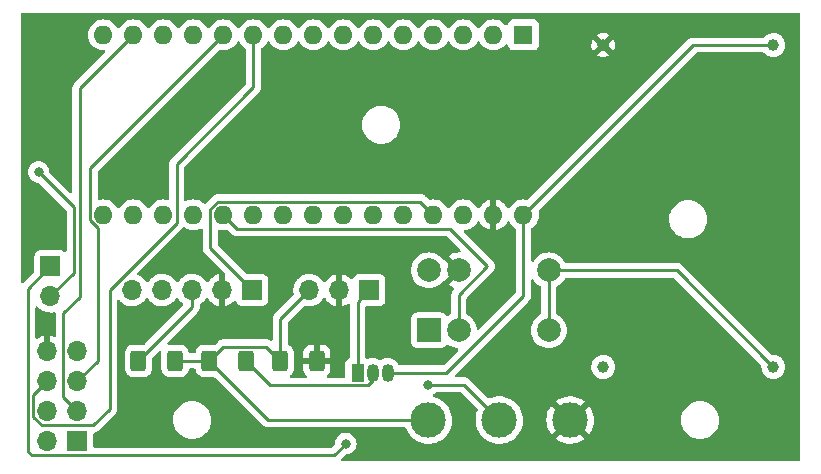
<source format=gbr>
%TF.GenerationSoftware,KiCad,Pcbnew,(6.0.6-0)*%
%TF.CreationDate,2022-07-04T00:11:51+08:00*%
%TF.ProjectId,__,4dc82e6b-6963-4616-945f-706362585858,rev?*%
%TF.SameCoordinates,Original*%
%TF.FileFunction,Copper,L1,Top*%
%TF.FilePolarity,Positive*%
%FSLAX46Y46*%
G04 Gerber Fmt 4.6, Leading zero omitted, Abs format (unit mm)*
G04 Created by KiCad (PCBNEW (6.0.6-0)) date 2022-07-04 00:11:51*
%MOMM*%
%LPD*%
G01*
G04 APERTURE LIST*
G04 Aperture macros list*
%AMRoundRect*
0 Rectangle with rounded corners*
0 $1 Rounding radius*
0 $2 $3 $4 $5 $6 $7 $8 $9 X,Y pos of 4 corners*
0 Add a 4 corners polygon primitive as box body*
4,1,4,$2,$3,$4,$5,$6,$7,$8,$9,$2,$3,0*
0 Add four circle primitives for the rounded corners*
1,1,$1+$1,$2,$3*
1,1,$1+$1,$4,$5*
1,1,$1+$1,$6,$7*
1,1,$1+$1,$8,$9*
0 Add four rect primitives between the rounded corners*
20,1,$1+$1,$2,$3,$4,$5,0*
20,1,$1+$1,$4,$5,$6,$7,0*
20,1,$1+$1,$6,$7,$8,$9,0*
20,1,$1+$1,$8,$9,$2,$3,0*%
G04 Aperture macros list end*
%TA.AperFunction,ComponentPad*%
%ADD10R,2.000000X2.000000*%
%TD*%
%TA.AperFunction,ComponentPad*%
%ADD11C,2.000000*%
%TD*%
%TA.AperFunction,SMDPad,CuDef*%
%ADD12C,3.000000*%
%TD*%
%TA.AperFunction,ComponentPad*%
%ADD13R,1.600000X1.600000*%
%TD*%
%TA.AperFunction,ComponentPad*%
%ADD14O,1.600000X1.600000*%
%TD*%
%TA.AperFunction,SMDPad,CuDef*%
%ADD15RoundRect,0.250000X-0.400000X-0.625000X0.400000X-0.625000X0.400000X0.625000X-0.400000X0.625000X0*%
%TD*%
%TA.AperFunction,ComponentPad*%
%ADD16R,1.050000X1.500000*%
%TD*%
%TA.AperFunction,ComponentPad*%
%ADD17O,1.050000X1.500000*%
%TD*%
%TA.AperFunction,ComponentPad*%
%ADD18R,1.700000X1.700000*%
%TD*%
%TA.AperFunction,ComponentPad*%
%ADD19O,1.700000X1.700000*%
%TD*%
%TA.AperFunction,ComponentPad*%
%ADD20C,1.000000*%
%TD*%
%TA.AperFunction,SMDPad,CuDef*%
%ADD21RoundRect,0.250000X0.400000X0.625000X-0.400000X0.625000X-0.400000X-0.625000X0.400000X-0.625000X0*%
%TD*%
%TA.AperFunction,ViaPad*%
%ADD22C,0.800000*%
%TD*%
%TA.AperFunction,Conductor*%
%ADD23C,0.250000*%
%TD*%
G04 APERTURE END LIST*
D10*
%TO.P,K1,1*%
%TO.N,unconnected-(K1-Pad1)*%
X98042500Y-128407500D03*
D11*
%TO.P,K1,2*%
%TO.N,Net-(Arduino1-Pad20)*%
X100582500Y-128407500D03*
%TO.P,K1,5*%
%TO.N,Net-(K1-Pad5)*%
X108202500Y-128407500D03*
%TO.P,K1,6*%
X108202500Y-123327500D03*
%TO.P,K1,9*%
%TO.N,Earth*%
X100582500Y-123327500D03*
%TO.P,K1,10*%
%TO.N,Net-(J3-Pad1)*%
X98042500Y-123327500D03*
%TD*%
D12*
%TO.P,H1_SIG,1,1*%
%TO.N,SIG*%
X98000000Y-136000000D03*
%TD*%
D13*
%TO.P,Arduino1,1,TX*%
%TO.N,unconnected-(Arduino1-Pad1)*%
X106050000Y-103390000D03*
D14*
%TO.P,Arduino1,2,RX*%
%TO.N,unconnected-(Arduino1-Pad2)*%
X103510000Y-103390000D03*
%TO.P,Arduino1,3,RST*%
%TO.N,unconnected-(Arduino1-Pad3)*%
X100970000Y-103390000D03*
%TO.P,Arduino1,4,GND*%
%TO.N,unconnected-(Arduino1-Pad4)*%
X98430000Y-103390000D03*
%TO.P,Arduino1,5,D2*%
%TO.N,unconnected-(Arduino1-Pad5)*%
X95890000Y-103390000D03*
%TO.P,Arduino1,6,D3*%
%TO.N,unconnected-(Arduino1-Pad6)*%
X93350000Y-103390000D03*
%TO.P,Arduino1,7,D4*%
%TO.N,unconnected-(Arduino1-Pad7)*%
X90810000Y-103390000D03*
%TO.P,Arduino1,8,D5*%
%TO.N,unconnected-(Arduino1-Pad8)*%
X88270000Y-103390000D03*
%TO.P,Arduino1,9,D6*%
%TO.N,unconnected-(Arduino1-Pad9)*%
X85730000Y-103390000D03*
%TO.P,Arduino1,10,D7*%
%TO.N,Net-(Arduino1-Pad10)*%
X83190000Y-103390000D03*
%TO.P,Arduino1,11,D8*%
%TO.N,Net-(Arduino1-Pad11)*%
X80650000Y-103390000D03*
%TO.P,Arduino1,12,D9*%
%TO.N,unconnected-(Arduino1-Pad12)*%
X78110000Y-103390000D03*
%TO.P,Arduino1,13,D10(~{SS})*%
%TO.N,unconnected-(Arduino1-Pad13)*%
X75570000Y-103390000D03*
%TO.P,Arduino1,14,D11(MOSI)*%
%TO.N,Net-(Arduino1-Pad14)*%
X73030000Y-103390000D03*
%TO.P,Arduino1,15,D12(MISO)*%
%TO.N,Net-(Arduino1-Pad15)*%
X70490000Y-103390000D03*
%TO.P,Arduino1,16,D13*%
%TO.N,Net-(Arduino1-Pad16)*%
X70490000Y-118630000D03*
%TO.P,Arduino1,17,3V3*%
%TO.N,Net-(Arduino1-Pad17)*%
X73030000Y-118630000D03*
%TO.P,Arduino1,18,REF*%
%TO.N,unconnected-(Arduino1-Pad18)*%
X75570000Y-118630000D03*
%TO.P,Arduino1,19,A0*%
%TO.N,Net-(Arduino1-Pad19)*%
X78110000Y-118630000D03*
%TO.P,Arduino1,20,A1*%
%TO.N,Net-(Arduino1-Pad20)*%
X80650000Y-118630000D03*
%TO.P,Arduino1,21,A2*%
%TO.N,Net-(Arduino1-Pad21)*%
X83190000Y-118630000D03*
%TO.P,Arduino1,22,A3*%
%TO.N,SIG*%
X85730000Y-118630000D03*
%TO.P,Arduino1,23,A4*%
%TO.N,unconnected-(Arduino1-Pad23)*%
X88270000Y-118630000D03*
%TO.P,Arduino1,24,A5*%
%TO.N,unconnected-(Arduino1-Pad24)*%
X90810000Y-118630000D03*
%TO.P,Arduino1,25,A6*%
%TO.N,unconnected-(Arduino1-Pad25)*%
X93350000Y-118630000D03*
%TO.P,Arduino1,26,A7*%
%TO.N,unconnected-(Arduino1-Pad26)*%
X95890000Y-118630000D03*
%TO.P,Arduino1,27,5V*%
%TO.N,Net-(Arduino1-Pad27)*%
X98430000Y-118630000D03*
%TO.P,Arduino1,28,RST*%
%TO.N,unconnected-(Arduino1-Pad28)*%
X100970000Y-118630000D03*
%TO.P,Arduino1,29,GND*%
%TO.N,Earth*%
X103510000Y-118630000D03*
%TO.P,Arduino1,30,VIN*%
%TO.N,VIN*%
X106050000Y-118630000D03*
%TD*%
D15*
%TO.P,R3,1*%
%TO.N,Net-(J2-Pad3)*%
X73450000Y-131000000D03*
%TO.P,R3,2*%
%TO.N,SIG*%
X76550000Y-131000000D03*
%TD*%
D12*
%TO.P,H2_GND,1,1*%
%TO.N,Earth*%
X110000000Y-136000000D03*
%TD*%
D16*
%TO.P,Q1,1,E*%
%TO.N,Net-(H3-Pad1)*%
X92000000Y-132000000D03*
D17*
%TO.P,Q1,2,B*%
%TO.N,Net-(Q1-Pad2)*%
X93270000Y-132000000D03*
%TO.P,Q1,3,C*%
%TO.N,VIN*%
X94540000Y-132000000D03*
%TD*%
D18*
%TO.P,J2_CTRL,1,Pin_1*%
%TO.N,Net-(Arduino1-Pad27)*%
X83075000Y-125000000D03*
D19*
%TO.P,J2_CTRL,2,Pin_2*%
%TO.N,Earth*%
X80535000Y-125000000D03*
%TO.P,J2_CTRL,3,Pin_3*%
%TO.N,Net-(J2-Pad3)*%
X77995000Y-125000000D03*
%TO.P,J2_CTRL,4,Pin_4*%
%TO.N,Net-(J2-Pad4)*%
X75455000Y-125000000D03*
%TO.P,J2_CTRL,5,Pin_5*%
%TO.N,Net-(Arduino1-Pad19)*%
X72915000Y-125000000D03*
%TD*%
D20*
%TO.P,TR1,1,Vin(-)*%
%TO.N,Earth*%
X112800000Y-104250000D03*
%TO.P,TR1,2,Vin(+)*%
%TO.N,VIN*%
X127200000Y-104250000D03*
%TO.P,TR1,3,Out(-)*%
%TO.N,Net-(J3-Pad2)*%
X112800000Y-131500000D03*
%TO.P,TR1,4,Out(+)*%
%TO.N,Net-(K1-Pad5)*%
X127200000Y-131500000D03*
%TD*%
D18*
%TO.P,J1_PWR,1,Power*%
%TO.N,Net-(H3-Pad1)*%
X93000000Y-125000000D03*
D19*
%TO.P,J1_PWR,2,Ground*%
%TO.N,Earth*%
X90460000Y-125000000D03*
%TO.P,J1_PWR,3,Charging_Signal*%
%TO.N,SIG*%
X87920000Y-125000000D03*
%TD*%
D21*
%TO.P,R4,1*%
%TO.N,Net-(Q1-Pad2)*%
X82550000Y-131000000D03*
%TO.P,R4,2*%
%TO.N,SIG*%
X79450000Y-131000000D03*
%TD*%
D18*
%TO.P,J3_LIGHT,1,Pin_1*%
%TO.N,Net-(J3-Pad1)*%
X66000000Y-123000000D03*
D19*
%TO.P,J3_LIGHT,2,Pin_2*%
%TO.N,Net-(J3-Pad2)*%
X66000000Y-125540000D03*
%TD*%
D12*
%TO.P,H3_BAT,1,1*%
%TO.N,Net-(H3-Pad1)*%
X104000000Y-136000000D03*
%TD*%
D18*
%TO.P,J4_2.4G,1,EMPTY*%
%TO.N,unconnected-(J4-Pad1)*%
X68275000Y-137800000D03*
D19*
%TO.P,J4_2.4G,2,MISO*%
%TO.N,Net-(Arduino1-Pad15)*%
X65735000Y-137800000D03*
%TO.P,J4_2.4G,3,MOSI*%
%TO.N,Net-(Arduino1-Pad14)*%
X68275000Y-135260000D03*
%TO.P,J4_2.4G,4,SCLK*%
%TO.N,Net-(Arduino1-Pad16)*%
X65735000Y-135260000D03*
%TO.P,J4_2.4G,5,CSN*%
%TO.N,Net-(Arduino1-Pad11)*%
X68275000Y-132720000D03*
%TO.P,J4_2.4G,6,CE*%
%TO.N,Net-(Arduino1-Pad10)*%
X65735000Y-132720000D03*
%TO.P,J4_2.4G,7,VCC*%
%TO.N,Net-(Arduino1-Pad17)*%
X68275000Y-130180000D03*
%TO.P,J4_2.4G,8,GND*%
%TO.N,Earth*%
X65735000Y-130180000D03*
%TD*%
D15*
%TO.P,R5,1*%
%TO.N,SIG*%
X85450000Y-131000000D03*
%TO.P,R5,2*%
%TO.N,Earth*%
X88550000Y-131000000D03*
%TD*%
D22*
%TO.N,Earth*%
X65000000Y-105000000D03*
X89000000Y-109000000D03*
X66000000Y-119000000D03*
X77000000Y-112000000D03*
X88000000Y-115000000D03*
X73000000Y-128000000D03*
X116000000Y-134000000D03*
X108000000Y-111000000D03*
X96000000Y-123000000D03*
X82000000Y-136000000D03*
X66000000Y-128000000D03*
X124000000Y-113000000D03*
X96000000Y-121000000D03*
X128000000Y-136000000D03*
X100000000Y-111000000D03*
X123000000Y-125000000D03*
%TO.N,Net-(J3-Pad2)*%
X65000000Y-115000000D03*
%TO.N,Net-(H3-Pad1)*%
X98000000Y-133000000D03*
%TO.N,Net-(J3-Pad1)*%
X91000000Y-138000000D03*
%TD*%
D23*
%TO.N,Net-(Arduino1-Pad10)*%
X71000000Y-135066444D02*
X71000000Y-125000000D01*
X64560000Y-133895000D02*
X64560000Y-135746701D01*
X65735000Y-132720000D02*
X64560000Y-133895000D01*
X76695000Y-114305000D02*
X83190000Y-107810000D01*
X76695000Y-119305000D02*
X76695000Y-114305000D01*
X83190000Y-107810000D02*
X83190000Y-103390000D01*
X64560000Y-135746701D02*
X65248299Y-136435000D01*
X69631444Y-136435000D02*
X71000000Y-135066444D01*
X71000000Y-125000000D02*
X76695000Y-119305000D01*
X65248299Y-136435000D02*
X69631444Y-136435000D01*
%TO.N,Net-(Arduino1-Pad11)*%
X69365000Y-119095991D02*
X69365000Y-114675000D01*
X70000000Y-130995000D02*
X70000000Y-119730991D01*
X70000000Y-119730991D02*
X69365000Y-119095991D01*
X69365000Y-114675000D02*
X80650000Y-103390000D01*
X68275000Y-132720000D02*
X70000000Y-130995000D01*
%TO.N,Net-(Arduino1-Pad14)*%
X68275000Y-135260000D02*
X67100000Y-134085000D01*
X67100000Y-126971444D02*
X68497300Y-125574144D01*
X68497300Y-107922700D02*
X73030000Y-103390000D01*
X67100000Y-134085000D02*
X67100000Y-126971444D01*
X68497300Y-125574144D02*
X68497300Y-107922700D01*
%TO.N,Net-(Arduino1-Pad20)*%
X81810722Y-119790722D02*
X80650000Y-118630000D01*
X99800722Y-119790722D02*
X99209278Y-119790722D01*
X100582500Y-128407500D02*
X100582500Y-125417500D01*
X99209278Y-119790722D02*
X81810722Y-119790722D01*
X100582500Y-125417500D02*
X103000000Y-123000000D01*
X99790722Y-119790722D02*
X99209278Y-119790722D01*
X103000000Y-123000000D02*
X99790722Y-119790722D01*
%TO.N,SIG*%
X85450000Y-127470000D02*
X87920000Y-125000000D01*
X85450000Y-131000000D02*
X84250000Y-129800000D01*
X84450000Y-136000000D02*
X79450000Y-131000000D01*
X80650000Y-129800000D02*
X79450000Y-131000000D01*
X98000000Y-136000000D02*
X84450000Y-136000000D01*
X84250000Y-129800000D02*
X80650000Y-129800000D01*
X76550000Y-131000000D02*
X79450000Y-131000000D01*
X85450000Y-131000000D02*
X85450000Y-127470000D01*
%TO.N,Net-(Arduino1-Pad27)*%
X79525000Y-121450000D02*
X83075000Y-125000000D01*
X98430000Y-118630000D02*
X97305000Y-117505000D01*
X80184009Y-117505000D02*
X79525000Y-118164009D01*
X79525000Y-118164009D02*
X79525000Y-121450000D01*
X97305000Y-117505000D02*
X80184009Y-117505000D01*
%TO.N,VIN*%
X127200000Y-104250000D02*
X120430000Y-104250000D01*
X106050000Y-125471444D02*
X106050000Y-118630000D01*
X94540000Y-132000000D02*
X99521444Y-132000000D01*
X99521444Y-132000000D02*
X106050000Y-125471444D01*
X120430000Y-104250000D02*
X106050000Y-118630000D01*
%TO.N,Net-(J2-Pad3)*%
X77995000Y-126455000D02*
X77995000Y-125000000D01*
X73450000Y-131000000D02*
X77995000Y-126455000D01*
%TO.N,Net-(J3-Pad2)*%
X68000000Y-118000000D02*
X68000000Y-123540000D01*
X65000000Y-115000000D02*
X68000000Y-118000000D01*
X68000000Y-123540000D02*
X66000000Y-125540000D01*
%TO.N,Net-(K1-Pad5)*%
X108202500Y-128407500D02*
X108202500Y-123327500D01*
X119027500Y-123327500D02*
X127200000Y-131500000D01*
X108202500Y-123327500D02*
X119027500Y-123327500D01*
%TO.N,Net-(Q1-Pad2)*%
X92850000Y-133075000D02*
X93270000Y-132655000D01*
X84625000Y-133075000D02*
X92850000Y-133075000D01*
X82550000Y-131000000D02*
X84625000Y-133075000D01*
X93270000Y-132655000D02*
X93270000Y-132000000D01*
%TO.N,Net-(H3-Pad1)*%
X104000000Y-136000000D02*
X101000000Y-133000000D01*
X92000000Y-126000000D02*
X93000000Y-125000000D01*
X92000000Y-132000000D02*
X92000000Y-126000000D01*
X101000000Y-133000000D02*
X98000000Y-133000000D01*
%TO.N,Net-(J3-Pad1)*%
X66000000Y-123000000D02*
X64098557Y-124901443D01*
X64098557Y-138695001D02*
X64403556Y-139000000D01*
X64098557Y-124901443D02*
X64098557Y-134364999D01*
X64403556Y-139000000D02*
X90000000Y-139000000D01*
X64098557Y-134364999D02*
X64098557Y-138695001D01*
X90000000Y-139000000D02*
X91000000Y-138000000D01*
%TD*%
%TA.AperFunction,Conductor*%
%TO.N,Earth*%
G36*
X129433621Y-101528502D02*
G01*
X129480114Y-101582158D01*
X129491500Y-101634500D01*
X129491500Y-139365500D01*
X129471498Y-139433621D01*
X129417842Y-139480114D01*
X129365500Y-139491500D01*
X90708594Y-139491500D01*
X90640473Y-139471498D01*
X90593980Y-139417842D01*
X90583876Y-139347568D01*
X90613370Y-139282988D01*
X90619499Y-139276405D01*
X90950499Y-138945405D01*
X91012811Y-138911379D01*
X91039594Y-138908500D01*
X91095487Y-138908500D01*
X91101939Y-138907128D01*
X91101944Y-138907128D01*
X91188887Y-138888647D01*
X91282288Y-138868794D01*
X91288319Y-138866109D01*
X91450722Y-138793803D01*
X91450724Y-138793802D01*
X91456752Y-138791118D01*
X91611253Y-138678866D01*
X91739040Y-138536944D01*
X91834527Y-138371556D01*
X91893542Y-138189928D01*
X91913504Y-138000000D01*
X91901620Y-137886930D01*
X91894232Y-137816635D01*
X91894232Y-137816633D01*
X91893542Y-137810072D01*
X91834527Y-137628444D01*
X91817890Y-137599627D01*
X91759645Y-137498745D01*
X91739040Y-137463056D01*
X91611253Y-137321134D01*
X91466893Y-137216250D01*
X91462094Y-137212763D01*
X91462093Y-137212762D01*
X91456752Y-137208882D01*
X91450724Y-137206198D01*
X91450722Y-137206197D01*
X91288319Y-137133891D01*
X91288318Y-137133891D01*
X91282288Y-137131206D01*
X91188888Y-137111353D01*
X91101944Y-137092872D01*
X91101939Y-137092872D01*
X91095487Y-137091500D01*
X90904513Y-137091500D01*
X90898061Y-137092872D01*
X90898056Y-137092872D01*
X90811112Y-137111353D01*
X90717712Y-137131206D01*
X90711682Y-137133891D01*
X90711681Y-137133891D01*
X90549278Y-137206197D01*
X90549276Y-137206198D01*
X90543248Y-137208882D01*
X90537907Y-137212762D01*
X90537906Y-137212763D01*
X90533107Y-137216250D01*
X90388747Y-137321134D01*
X90260960Y-137463056D01*
X90240355Y-137498745D01*
X90182111Y-137599627D01*
X90165473Y-137628444D01*
X90106458Y-137810072D01*
X90105768Y-137816633D01*
X90105768Y-137816635D01*
X90089093Y-137975292D01*
X90062080Y-138040949D01*
X90052878Y-138051218D01*
X89774499Y-138329596D01*
X89712187Y-138363621D01*
X89685404Y-138366500D01*
X69759500Y-138366500D01*
X69691379Y-138346498D01*
X69644886Y-138292842D01*
X69633500Y-138240500D01*
X69633500Y-137187776D01*
X69653502Y-137119655D01*
X69707158Y-137073162D01*
X69731386Y-137065860D01*
X69731332Y-137065673D01*
X69731333Y-137065673D01*
X69750787Y-137060021D01*
X69770144Y-137056013D01*
X69782374Y-137054468D01*
X69782375Y-137054468D01*
X69790241Y-137053474D01*
X69797612Y-137050555D01*
X69797614Y-137050555D01*
X69831356Y-137037196D01*
X69842586Y-137033351D01*
X69877427Y-137023229D01*
X69877428Y-137023229D01*
X69885037Y-137021018D01*
X69891856Y-137016985D01*
X69891861Y-137016983D01*
X69902472Y-137010707D01*
X69920220Y-137002012D01*
X69939061Y-136994552D01*
X69974831Y-136968564D01*
X69984751Y-136962048D01*
X70015979Y-136943580D01*
X70015982Y-136943578D01*
X70022806Y-136939542D01*
X70037127Y-136925221D01*
X70052161Y-136912380D01*
X70062138Y-136905131D01*
X70068551Y-136900472D01*
X70096742Y-136866395D01*
X70104732Y-136857616D01*
X70962348Y-136000000D01*
X76386526Y-136000000D01*
X76406391Y-136252403D01*
X76407545Y-136257210D01*
X76407546Y-136257216D01*
X76422407Y-136319117D01*
X76465495Y-136498591D01*
X76467388Y-136503162D01*
X76467389Y-136503164D01*
X76522818Y-136636980D01*
X76562384Y-136732502D01*
X76694672Y-136948376D01*
X76859102Y-137140898D01*
X77051624Y-137305328D01*
X77267498Y-137437616D01*
X77272068Y-137439509D01*
X77272072Y-137439511D01*
X77496836Y-137532611D01*
X77501409Y-137534505D01*
X77586032Y-137554821D01*
X77742784Y-137592454D01*
X77742790Y-137592455D01*
X77747597Y-137593609D01*
X77847416Y-137601465D01*
X77934345Y-137608307D01*
X77934352Y-137608307D01*
X77936801Y-137608500D01*
X78063199Y-137608500D01*
X78065648Y-137608307D01*
X78065655Y-137608307D01*
X78152584Y-137601465D01*
X78252403Y-137593609D01*
X78257210Y-137592455D01*
X78257216Y-137592454D01*
X78413968Y-137554821D01*
X78498591Y-137534505D01*
X78503164Y-137532611D01*
X78727928Y-137439511D01*
X78727932Y-137439509D01*
X78732502Y-137437616D01*
X78948376Y-137305328D01*
X79140898Y-137140898D01*
X79305328Y-136948376D01*
X79437616Y-136732502D01*
X79477183Y-136636980D01*
X79532611Y-136503164D01*
X79532612Y-136503162D01*
X79534505Y-136498591D01*
X79577593Y-136319117D01*
X79592454Y-136257216D01*
X79592455Y-136257210D01*
X79593609Y-136252403D01*
X79613474Y-136000000D01*
X79593609Y-135747597D01*
X79587604Y-135722581D01*
X79535660Y-135506221D01*
X79534505Y-135501409D01*
X79528211Y-135486214D01*
X79439511Y-135272072D01*
X79439509Y-135272068D01*
X79437616Y-135267498D01*
X79305328Y-135051624D01*
X79140898Y-134859102D01*
X78948376Y-134694672D01*
X78732502Y-134562384D01*
X78727932Y-134560491D01*
X78727928Y-134560489D01*
X78503164Y-134467389D01*
X78503162Y-134467388D01*
X78498591Y-134465495D01*
X78413968Y-134445179D01*
X78257216Y-134407546D01*
X78257210Y-134407545D01*
X78252403Y-134406391D01*
X78152584Y-134398535D01*
X78065655Y-134391693D01*
X78065648Y-134391693D01*
X78063199Y-134391500D01*
X77936801Y-134391500D01*
X77934352Y-134391693D01*
X77934345Y-134391693D01*
X77847416Y-134398535D01*
X77747597Y-134406391D01*
X77742790Y-134407545D01*
X77742784Y-134407546D01*
X77586032Y-134445179D01*
X77501409Y-134465495D01*
X77496838Y-134467388D01*
X77496836Y-134467389D01*
X77272072Y-134560489D01*
X77272068Y-134560491D01*
X77267498Y-134562384D01*
X77051624Y-134694672D01*
X76859102Y-134859102D01*
X76694672Y-135051624D01*
X76562384Y-135267498D01*
X76560491Y-135272068D01*
X76560489Y-135272072D01*
X76471789Y-135486214D01*
X76465495Y-135501409D01*
X76464340Y-135506221D01*
X76412397Y-135722581D01*
X76406391Y-135747597D01*
X76386526Y-136000000D01*
X70962348Y-136000000D01*
X71392247Y-135570101D01*
X71400537Y-135562557D01*
X71407018Y-135558444D01*
X71453659Y-135508776D01*
X71456413Y-135505935D01*
X71476134Y-135486214D01*
X71478612Y-135483019D01*
X71486318Y-135473997D01*
X71496824Y-135462809D01*
X71516586Y-135441765D01*
X71526346Y-135424012D01*
X71537199Y-135407489D01*
X71544753Y-135397750D01*
X71549613Y-135391485D01*
X71567176Y-135350901D01*
X71572383Y-135340271D01*
X71593695Y-135301504D01*
X71595666Y-135293827D01*
X71595668Y-135293822D01*
X71598732Y-135281886D01*
X71605138Y-135263174D01*
X71610034Y-135251861D01*
X71613181Y-135244589D01*
X71620097Y-135200925D01*
X71622504Y-135189304D01*
X71631528Y-135154155D01*
X71631528Y-135154154D01*
X71633500Y-135146474D01*
X71633500Y-135126213D01*
X71635051Y-135106502D01*
X71636109Y-135099826D01*
X71638219Y-135086501D01*
X71634059Y-135042490D01*
X71633500Y-135030633D01*
X71633500Y-125933474D01*
X71653502Y-125865353D01*
X71707158Y-125818860D01*
X71777432Y-125808756D01*
X71842012Y-125838250D01*
X71854734Y-125850973D01*
X71895586Y-125898134D01*
X71957866Y-125970032D01*
X71957869Y-125970035D01*
X71961250Y-125973938D01*
X72133126Y-126116632D01*
X72326000Y-126229338D01*
X72534692Y-126309030D01*
X72539760Y-126310061D01*
X72539763Y-126310062D01*
X72634862Y-126329410D01*
X72753597Y-126353567D01*
X72758772Y-126353757D01*
X72758774Y-126353757D01*
X72971673Y-126361564D01*
X72971677Y-126361564D01*
X72976837Y-126361753D01*
X72981957Y-126361097D01*
X72981959Y-126361097D01*
X73193288Y-126334025D01*
X73193289Y-126334025D01*
X73198416Y-126333368D01*
X73203366Y-126331883D01*
X73407429Y-126270661D01*
X73407434Y-126270659D01*
X73412384Y-126269174D01*
X73612994Y-126170896D01*
X73794860Y-126041173D01*
X73807576Y-126028502D01*
X73904704Y-125931712D01*
X73953096Y-125883489D01*
X73975332Y-125852545D01*
X74083453Y-125702077D01*
X74084776Y-125703028D01*
X74131645Y-125659857D01*
X74201580Y-125647625D01*
X74267026Y-125675144D01*
X74294875Y-125706994D01*
X74354987Y-125805088D01*
X74501250Y-125973938D01*
X74673126Y-126116632D01*
X74866000Y-126229338D01*
X75074692Y-126309030D01*
X75079760Y-126310061D01*
X75079763Y-126310062D01*
X75174862Y-126329410D01*
X75293597Y-126353567D01*
X75298772Y-126353757D01*
X75298774Y-126353757D01*
X75511673Y-126361564D01*
X75511677Y-126361564D01*
X75516837Y-126361753D01*
X75521957Y-126361097D01*
X75521959Y-126361097D01*
X75733288Y-126334025D01*
X75733289Y-126334025D01*
X75738416Y-126333368D01*
X75743366Y-126331883D01*
X75947429Y-126270661D01*
X75947434Y-126270659D01*
X75952384Y-126269174D01*
X76152994Y-126170896D01*
X76334860Y-126041173D01*
X76347576Y-126028502D01*
X76444704Y-125931712D01*
X76493096Y-125883489D01*
X76515332Y-125852545D01*
X76623453Y-125702077D01*
X76624776Y-125703028D01*
X76671645Y-125659857D01*
X76741580Y-125647625D01*
X76807026Y-125675144D01*
X76834875Y-125706994D01*
X76894987Y-125805088D01*
X77041250Y-125973938D01*
X77213126Y-126116632D01*
X77217593Y-126119242D01*
X77221827Y-126122207D01*
X77220473Y-126124140D01*
X77262436Y-126168611D01*
X77275508Y-126238394D01*
X77248778Y-126304167D01*
X77239238Y-126314858D01*
X75388119Y-128165976D01*
X73974500Y-129579595D01*
X73912188Y-129613621D01*
X73885405Y-129616500D01*
X72999600Y-129616500D01*
X72996354Y-129616837D01*
X72996350Y-129616837D01*
X72900692Y-129626762D01*
X72900688Y-129626763D01*
X72893834Y-129627474D01*
X72887298Y-129629655D01*
X72887296Y-129629655D01*
X72755194Y-129673728D01*
X72726054Y-129683450D01*
X72575652Y-129776522D01*
X72450695Y-129901697D01*
X72446855Y-129907927D01*
X72446854Y-129907928D01*
X72445517Y-129910098D01*
X72357885Y-130052262D01*
X72302203Y-130220139D01*
X72301503Y-130226975D01*
X72301502Y-130226978D01*
X72297644Y-130264637D01*
X72291500Y-130324600D01*
X72291500Y-131675400D01*
X72291837Y-131678646D01*
X72291837Y-131678650D01*
X72301752Y-131774206D01*
X72302474Y-131781166D01*
X72358450Y-131948946D01*
X72451522Y-132099348D01*
X72576697Y-132224305D01*
X72582927Y-132228145D01*
X72582928Y-132228146D01*
X72720090Y-132312694D01*
X72727262Y-132317115D01*
X72760511Y-132328143D01*
X72888611Y-132370632D01*
X72888613Y-132370632D01*
X72895139Y-132372797D01*
X72901975Y-132373497D01*
X72901978Y-132373498D01*
X72940991Y-132377495D01*
X72999600Y-132383500D01*
X73900400Y-132383500D01*
X73903646Y-132383163D01*
X73903650Y-132383163D01*
X73999308Y-132373238D01*
X73999312Y-132373237D01*
X74006166Y-132372526D01*
X74012702Y-132370345D01*
X74012704Y-132370345D01*
X74144806Y-132326272D01*
X74173946Y-132316550D01*
X74324348Y-132223478D01*
X74449305Y-132098303D01*
X74479723Y-132048956D01*
X74538275Y-131953968D01*
X74538276Y-131953966D01*
X74542115Y-131947738D01*
X74589423Y-131805109D01*
X74595632Y-131786389D01*
X74595632Y-131786387D01*
X74597797Y-131779861D01*
X74600541Y-131753085D01*
X74608167Y-131678650D01*
X74608500Y-131675400D01*
X74608500Y-130789594D01*
X74628502Y-130721473D01*
X74645405Y-130700499D01*
X75183205Y-130162699D01*
X75245517Y-130128673D01*
X75316332Y-130133738D01*
X75373168Y-130176285D01*
X75397979Y-130242805D01*
X75397644Y-130264634D01*
X75391500Y-130324600D01*
X75391500Y-131675400D01*
X75391837Y-131678646D01*
X75391837Y-131678650D01*
X75401752Y-131774206D01*
X75402474Y-131781166D01*
X75458450Y-131948946D01*
X75551522Y-132099348D01*
X75676697Y-132224305D01*
X75682927Y-132228145D01*
X75682928Y-132228146D01*
X75820090Y-132312694D01*
X75827262Y-132317115D01*
X75860511Y-132328143D01*
X75988611Y-132370632D01*
X75988613Y-132370632D01*
X75995139Y-132372797D01*
X76001975Y-132373497D01*
X76001978Y-132373498D01*
X76040991Y-132377495D01*
X76099600Y-132383500D01*
X77000400Y-132383500D01*
X77003646Y-132383163D01*
X77003650Y-132383163D01*
X77099308Y-132373238D01*
X77099312Y-132373237D01*
X77106166Y-132372526D01*
X77112702Y-132370345D01*
X77112704Y-132370345D01*
X77244806Y-132326272D01*
X77273946Y-132316550D01*
X77424348Y-132223478D01*
X77549305Y-132098303D01*
X77579723Y-132048956D01*
X77638275Y-131953968D01*
X77638276Y-131953966D01*
X77642115Y-131947738D01*
X77689423Y-131805109D01*
X77695632Y-131786389D01*
X77695632Y-131786387D01*
X77697797Y-131779861D01*
X77700541Y-131753085D01*
X77701199Y-131746658D01*
X77728040Y-131680930D01*
X77786155Y-131640148D01*
X77826543Y-131633500D01*
X78173550Y-131633500D01*
X78241671Y-131653502D01*
X78288164Y-131707158D01*
X78298877Y-131746497D01*
X78301752Y-131774206D01*
X78302474Y-131781166D01*
X78358450Y-131948946D01*
X78451522Y-132099348D01*
X78576697Y-132224305D01*
X78582927Y-132228145D01*
X78582928Y-132228146D01*
X78720090Y-132312694D01*
X78727262Y-132317115D01*
X78760511Y-132328143D01*
X78888611Y-132370632D01*
X78888613Y-132370632D01*
X78895139Y-132372797D01*
X78901975Y-132373497D01*
X78901978Y-132373498D01*
X78940991Y-132377495D01*
X78999600Y-132383500D01*
X79885406Y-132383500D01*
X79953527Y-132403502D01*
X79974501Y-132420405D01*
X81960486Y-134406391D01*
X83946348Y-136392253D01*
X83953888Y-136400539D01*
X83958000Y-136407018D01*
X83963777Y-136412443D01*
X84007651Y-136453643D01*
X84010493Y-136456398D01*
X84030230Y-136476135D01*
X84033427Y-136478615D01*
X84042447Y-136486318D01*
X84074679Y-136516586D01*
X84081625Y-136520405D01*
X84081628Y-136520407D01*
X84092434Y-136526348D01*
X84108953Y-136537199D01*
X84124959Y-136549614D01*
X84132228Y-136552759D01*
X84132232Y-136552762D01*
X84165537Y-136567174D01*
X84176187Y-136572391D01*
X84214940Y-136593695D01*
X84222615Y-136595666D01*
X84222616Y-136595666D01*
X84234562Y-136598733D01*
X84253267Y-136605137D01*
X84271855Y-136613181D01*
X84279678Y-136614420D01*
X84279688Y-136614423D01*
X84315524Y-136620099D01*
X84327144Y-136622505D01*
X84362289Y-136631528D01*
X84369970Y-136633500D01*
X84390224Y-136633500D01*
X84409934Y-136635051D01*
X84429943Y-136638220D01*
X84437835Y-136637474D01*
X84473961Y-136634059D01*
X84485819Y-136633500D01*
X96003863Y-136633500D01*
X96071984Y-136653502D01*
X96118477Y-136707158D01*
X96123070Y-136718686D01*
X96144112Y-136780144D01*
X96146039Y-136783975D01*
X96257534Y-137005659D01*
X96267160Y-137024799D01*
X96269586Y-137028328D01*
X96269589Y-137028334D01*
X96398741Y-137216250D01*
X96422274Y-137250490D01*
X96425161Y-137253663D01*
X96425162Y-137253664D01*
X96592545Y-137437616D01*
X96606582Y-137453043D01*
X96609877Y-137455798D01*
X96609878Y-137455799D01*
X96618557Y-137463056D01*
X96816675Y-137628707D01*
X96820316Y-137630991D01*
X97045024Y-137771951D01*
X97045028Y-137771953D01*
X97048664Y-137774234D01*
X97173461Y-137830582D01*
X97294345Y-137885164D01*
X97294349Y-137885166D01*
X97298257Y-137886930D01*
X97302377Y-137888150D01*
X97302376Y-137888150D01*
X97556723Y-137963491D01*
X97556727Y-137963492D01*
X97560836Y-137964709D01*
X97565070Y-137965357D01*
X97565075Y-137965358D01*
X97827298Y-138005483D01*
X97827300Y-138005483D01*
X97831540Y-138006132D01*
X97970912Y-138008322D01*
X98101071Y-138010367D01*
X98101077Y-138010367D01*
X98105362Y-138010434D01*
X98377235Y-137977534D01*
X98642127Y-137908041D01*
X98646087Y-137906401D01*
X98646092Y-137906399D01*
X98768632Y-137855641D01*
X98895136Y-137803241D01*
X99131582Y-137665073D01*
X99347089Y-137496094D01*
X99383862Y-137458148D01*
X99534686Y-137302509D01*
X99537669Y-137299431D01*
X99540202Y-137295983D01*
X99540206Y-137295978D01*
X99697257Y-137082178D01*
X99699795Y-137078723D01*
X99701841Y-137074955D01*
X99828418Y-136841830D01*
X99828419Y-136841828D01*
X99830468Y-136838054D01*
X99906261Y-136637474D01*
X99925751Y-136585895D01*
X99925752Y-136585891D01*
X99927269Y-136581877D01*
X99969268Y-136398498D01*
X99987449Y-136319117D01*
X99987450Y-136319113D01*
X99988407Y-136314933D01*
X99994384Y-136247969D01*
X100012531Y-136044627D01*
X100012532Y-136044616D01*
X100012751Y-136042161D01*
X100013193Y-136000000D01*
X99999661Y-135801500D01*
X99994859Y-135731055D01*
X99994858Y-135731049D01*
X99994567Y-135726778D01*
X99939032Y-135458612D01*
X99847617Y-135200465D01*
X99763433Y-135037361D01*
X99723978Y-134960919D01*
X99723978Y-134960918D01*
X99722013Y-134957112D01*
X99712040Y-134942921D01*
X99567008Y-134736562D01*
X99564545Y-134733057D01*
X99378125Y-134532445D01*
X99374810Y-134529731D01*
X99374806Y-134529728D01*
X99225529Y-134407546D01*
X99166205Y-134358990D01*
X98932704Y-134215901D01*
X98928768Y-134214173D01*
X98685873Y-134107549D01*
X98685869Y-134107548D01*
X98681945Y-134105825D01*
X98447402Y-134039014D01*
X98387370Y-134001117D01*
X98357355Y-133936777D01*
X98366889Y-133866423D01*
X98412946Y-133812393D01*
X98430673Y-133802730D01*
X98450717Y-133793806D01*
X98450725Y-133793801D01*
X98456752Y-133791118D01*
X98570466Y-133708500D01*
X98602765Y-133685033D01*
X98611253Y-133678866D01*
X98615668Y-133673963D01*
X98620580Y-133669540D01*
X98621705Y-133670789D01*
X98675014Y-133637949D01*
X98708200Y-133633500D01*
X100685406Y-133633500D01*
X100753527Y-133653502D01*
X100774501Y-133670405D01*
X102138168Y-135034072D01*
X102172194Y-135096384D01*
X102167129Y-135167199D01*
X102164178Y-135174420D01*
X102162866Y-135177367D01*
X102160857Y-135181161D01*
X102066743Y-135438337D01*
X102008404Y-135705907D01*
X101986917Y-135978918D01*
X102002682Y-136252320D01*
X102003507Y-136256525D01*
X102003508Y-136256533D01*
X102024698Y-136364539D01*
X102055405Y-136521053D01*
X102056792Y-136525103D01*
X102056793Y-136525108D01*
X102119123Y-136707158D01*
X102144112Y-136780144D01*
X102146039Y-136783975D01*
X102257534Y-137005659D01*
X102267160Y-137024799D01*
X102269586Y-137028328D01*
X102269589Y-137028334D01*
X102398741Y-137216250D01*
X102422274Y-137250490D01*
X102425161Y-137253663D01*
X102425162Y-137253664D01*
X102592545Y-137437616D01*
X102606582Y-137453043D01*
X102609877Y-137455798D01*
X102609878Y-137455799D01*
X102618557Y-137463056D01*
X102816675Y-137628707D01*
X102820316Y-137630991D01*
X103045024Y-137771951D01*
X103045028Y-137771953D01*
X103048664Y-137774234D01*
X103173461Y-137830582D01*
X103294345Y-137885164D01*
X103294349Y-137885166D01*
X103298257Y-137886930D01*
X103302377Y-137888150D01*
X103302376Y-137888150D01*
X103556723Y-137963491D01*
X103556727Y-137963492D01*
X103560836Y-137964709D01*
X103565070Y-137965357D01*
X103565075Y-137965358D01*
X103827298Y-138005483D01*
X103827300Y-138005483D01*
X103831540Y-138006132D01*
X103970912Y-138008322D01*
X104101071Y-138010367D01*
X104101077Y-138010367D01*
X104105362Y-138010434D01*
X104377235Y-137977534D01*
X104642127Y-137908041D01*
X104646087Y-137906401D01*
X104646092Y-137906399D01*
X104768632Y-137855641D01*
X104895136Y-137803241D01*
X105131582Y-137665073D01*
X105227767Y-137589654D01*
X108775618Y-137589654D01*
X108782673Y-137599627D01*
X108813679Y-137625551D01*
X108820598Y-137630579D01*
X109045272Y-137771515D01*
X109052807Y-137775556D01*
X109294520Y-137884694D01*
X109302551Y-137887680D01*
X109556832Y-137963002D01*
X109565184Y-137964869D01*
X109827340Y-138004984D01*
X109835874Y-138005700D01*
X110101045Y-138009867D01*
X110109596Y-138009418D01*
X110372883Y-137977557D01*
X110381284Y-137975955D01*
X110637824Y-137908653D01*
X110645926Y-137905926D01*
X110890949Y-137804434D01*
X110898617Y-137800628D01*
X111127598Y-137666822D01*
X111134679Y-137662009D01*
X111214655Y-137599301D01*
X111223125Y-137587442D01*
X111216608Y-137575818D01*
X110012812Y-136372022D01*
X109998868Y-136364408D01*
X109997035Y-136364539D01*
X109990420Y-136368790D01*
X108782910Y-137576300D01*
X108775618Y-137589654D01*
X105227767Y-137589654D01*
X105347089Y-137496094D01*
X105383862Y-137458148D01*
X105534686Y-137302509D01*
X105537669Y-137299431D01*
X105540202Y-137295983D01*
X105540206Y-137295978D01*
X105697257Y-137082178D01*
X105699795Y-137078723D01*
X105701841Y-137074955D01*
X105828418Y-136841830D01*
X105828419Y-136841828D01*
X105830468Y-136838054D01*
X105906261Y-136637474D01*
X105925751Y-136585895D01*
X105925752Y-136585891D01*
X105927269Y-136581877D01*
X105969268Y-136398498D01*
X105987449Y-136319117D01*
X105987450Y-136319113D01*
X105988407Y-136314933D01*
X105994384Y-136247969D01*
X106012531Y-136044627D01*
X106012532Y-136044616D01*
X106012751Y-136042161D01*
X106013193Y-136000000D01*
X106012048Y-135983204D01*
X107987665Y-135983204D01*
X108002932Y-136247969D01*
X108004005Y-136256470D01*
X108055065Y-136516722D01*
X108057276Y-136524974D01*
X108143184Y-136775894D01*
X108146499Y-136783779D01*
X108265664Y-137020713D01*
X108270020Y-137028079D01*
X108399347Y-137216250D01*
X108409601Y-137224594D01*
X108423342Y-137217448D01*
X109627978Y-136012812D01*
X109634356Y-136001132D01*
X110364408Y-136001132D01*
X110364539Y-136002965D01*
X110368790Y-136009580D01*
X111575730Y-137216520D01*
X111587939Y-137223187D01*
X111599439Y-137214497D01*
X111696831Y-137081913D01*
X111701418Y-137074685D01*
X111827962Y-136841621D01*
X111831530Y-136833827D01*
X111925271Y-136585750D01*
X111927748Y-136577544D01*
X111986954Y-136319038D01*
X111988294Y-136310577D01*
X112012031Y-136044616D01*
X112012277Y-136039677D01*
X112012666Y-136002485D01*
X112012594Y-136000000D01*
X119386526Y-136000000D01*
X119406391Y-136252403D01*
X119407545Y-136257210D01*
X119407546Y-136257216D01*
X119422407Y-136319117D01*
X119465495Y-136498591D01*
X119467388Y-136503162D01*
X119467389Y-136503164D01*
X119522818Y-136636980D01*
X119562384Y-136732502D01*
X119694672Y-136948376D01*
X119859102Y-137140898D01*
X120051624Y-137305328D01*
X120267498Y-137437616D01*
X120272068Y-137439509D01*
X120272072Y-137439511D01*
X120496836Y-137532611D01*
X120501409Y-137534505D01*
X120586032Y-137554821D01*
X120742784Y-137592454D01*
X120742790Y-137592455D01*
X120747597Y-137593609D01*
X120847416Y-137601465D01*
X120934345Y-137608307D01*
X120934352Y-137608307D01*
X120936801Y-137608500D01*
X121063199Y-137608500D01*
X121065648Y-137608307D01*
X121065655Y-137608307D01*
X121152584Y-137601465D01*
X121252403Y-137593609D01*
X121257210Y-137592455D01*
X121257216Y-137592454D01*
X121413968Y-137554821D01*
X121498591Y-137534505D01*
X121503164Y-137532611D01*
X121727928Y-137439511D01*
X121727932Y-137439509D01*
X121732502Y-137437616D01*
X121948376Y-137305328D01*
X122140898Y-137140898D01*
X122305328Y-136948376D01*
X122437616Y-136732502D01*
X122477183Y-136636980D01*
X122532611Y-136503164D01*
X122532612Y-136503162D01*
X122534505Y-136498591D01*
X122577593Y-136319117D01*
X122592454Y-136257216D01*
X122592455Y-136257210D01*
X122593609Y-136252403D01*
X122613474Y-136000000D01*
X122593609Y-135747597D01*
X122587604Y-135722581D01*
X122535660Y-135506221D01*
X122534505Y-135501409D01*
X122528211Y-135486214D01*
X122439511Y-135272072D01*
X122439509Y-135272068D01*
X122437616Y-135267498D01*
X122305328Y-135051624D01*
X122140898Y-134859102D01*
X121948376Y-134694672D01*
X121732502Y-134562384D01*
X121727932Y-134560491D01*
X121727928Y-134560489D01*
X121503164Y-134467389D01*
X121503162Y-134467388D01*
X121498591Y-134465495D01*
X121413968Y-134445179D01*
X121257216Y-134407546D01*
X121257210Y-134407545D01*
X121252403Y-134406391D01*
X121152584Y-134398535D01*
X121065655Y-134391693D01*
X121065648Y-134391693D01*
X121063199Y-134391500D01*
X120936801Y-134391500D01*
X120934352Y-134391693D01*
X120934345Y-134391693D01*
X120847416Y-134398535D01*
X120747597Y-134406391D01*
X120742790Y-134407545D01*
X120742784Y-134407546D01*
X120586032Y-134445179D01*
X120501409Y-134465495D01*
X120496838Y-134467388D01*
X120496836Y-134467389D01*
X120272072Y-134560489D01*
X120272068Y-134560491D01*
X120267498Y-134562384D01*
X120051624Y-134694672D01*
X119859102Y-134859102D01*
X119694672Y-135051624D01*
X119562384Y-135267498D01*
X119560491Y-135272068D01*
X119560489Y-135272072D01*
X119471789Y-135486214D01*
X119465495Y-135501409D01*
X119464340Y-135506221D01*
X119412397Y-135722581D01*
X119406391Y-135747597D01*
X119386526Y-136000000D01*
X112012594Y-136000000D01*
X112012523Y-135997519D01*
X111994362Y-135731123D01*
X111993201Y-135722649D01*
X111939419Y-135462944D01*
X111937120Y-135454709D01*
X111848588Y-135204705D01*
X111845191Y-135196854D01*
X111723550Y-134961178D01*
X111719122Y-134953866D01*
X111600031Y-134784417D01*
X111589509Y-134776037D01*
X111576121Y-134783089D01*
X110372022Y-135987188D01*
X110364408Y-136001132D01*
X109634356Y-136001132D01*
X109635592Y-135998868D01*
X109635461Y-135997035D01*
X109631210Y-135990420D01*
X108423814Y-134783024D01*
X108411804Y-134776466D01*
X108400064Y-134785434D01*
X108291935Y-134935911D01*
X108287418Y-134943196D01*
X108163325Y-135177567D01*
X108159839Y-135185395D01*
X108068700Y-135434446D01*
X108066311Y-135442670D01*
X108009812Y-135701795D01*
X108008563Y-135710250D01*
X107987754Y-135974653D01*
X107987665Y-135983204D01*
X106012048Y-135983204D01*
X105999661Y-135801500D01*
X105994859Y-135731055D01*
X105994858Y-135731049D01*
X105994567Y-135726778D01*
X105939032Y-135458612D01*
X105847617Y-135200465D01*
X105763433Y-135037361D01*
X105723978Y-134960919D01*
X105723978Y-134960918D01*
X105722013Y-134957112D01*
X105712040Y-134942921D01*
X105567008Y-134736562D01*
X105564545Y-134733057D01*
X105378125Y-134532445D01*
X105374810Y-134529731D01*
X105374806Y-134529728D01*
X105231582Y-134412500D01*
X108776584Y-134412500D01*
X108782980Y-134423770D01*
X109987188Y-135627978D01*
X110001132Y-135635592D01*
X110002965Y-135635461D01*
X110009580Y-135631210D01*
X111216604Y-134424186D01*
X111223795Y-134411017D01*
X111216473Y-134400780D01*
X111169233Y-134362115D01*
X111162261Y-134357160D01*
X110936122Y-134218582D01*
X110928552Y-134214624D01*
X110685704Y-134108022D01*
X110677644Y-134105120D01*
X110422592Y-134032467D01*
X110414214Y-134030685D01*
X110151656Y-133993318D01*
X110143111Y-133992691D01*
X109877908Y-133991302D01*
X109869374Y-133991839D01*
X109606433Y-134026456D01*
X109598035Y-134028149D01*
X109342238Y-134098127D01*
X109334143Y-134100946D01*
X109090199Y-134204997D01*
X109082577Y-134208881D01*
X108855013Y-134345075D01*
X108847981Y-134349962D01*
X108785053Y-134400377D01*
X108776584Y-134412500D01*
X105231582Y-134412500D01*
X105225529Y-134407546D01*
X105166205Y-134358990D01*
X104932704Y-134215901D01*
X104928768Y-134214173D01*
X104685873Y-134107549D01*
X104685869Y-134107548D01*
X104681945Y-134105825D01*
X104418566Y-134030800D01*
X104414324Y-134030196D01*
X104414318Y-134030195D01*
X104210005Y-134001117D01*
X104147443Y-133992213D01*
X104003589Y-133991460D01*
X103877877Y-133990802D01*
X103877871Y-133990802D01*
X103873591Y-133990780D01*
X103869347Y-133991339D01*
X103869343Y-133991339D01*
X103750302Y-134007011D01*
X103602078Y-134026525D01*
X103597938Y-134027658D01*
X103597936Y-134027658D01*
X103579908Y-134032590D01*
X103337928Y-134098788D01*
X103333980Y-134100472D01*
X103175642Y-134168009D01*
X103105135Y-134176338D01*
X103037112Y-134141207D01*
X101503652Y-132607747D01*
X101496112Y-132599461D01*
X101492000Y-132592982D01*
X101442348Y-132546356D01*
X101439507Y-132543602D01*
X101419770Y-132523865D01*
X101416573Y-132521385D01*
X101407551Y-132513680D01*
X101406995Y-132513158D01*
X101375321Y-132483414D01*
X101368375Y-132479595D01*
X101368372Y-132479593D01*
X101357566Y-132473652D01*
X101341047Y-132462801D01*
X101335717Y-132458667D01*
X101325041Y-132450386D01*
X101317772Y-132447241D01*
X101317768Y-132447238D01*
X101284463Y-132432826D01*
X101273813Y-132427609D01*
X101235060Y-132406305D01*
X101215437Y-132401267D01*
X101196734Y-132394863D01*
X101185420Y-132389967D01*
X101185419Y-132389967D01*
X101178145Y-132386819D01*
X101170322Y-132385580D01*
X101170312Y-132385577D01*
X101134476Y-132379901D01*
X101122856Y-132377495D01*
X101087711Y-132368472D01*
X101087710Y-132368472D01*
X101080030Y-132366500D01*
X101059776Y-132366500D01*
X101040065Y-132364949D01*
X101027886Y-132363020D01*
X101020057Y-132361780D01*
X101012165Y-132362526D01*
X100976039Y-132365941D01*
X100964181Y-132366500D01*
X100355038Y-132366500D01*
X100286917Y-132346498D01*
X100240424Y-132292842D01*
X100230320Y-132222568D01*
X100259814Y-132157988D01*
X100265943Y-132151405D01*
X100931497Y-131485851D01*
X111786719Y-131485851D01*
X111787235Y-131491995D01*
X111800797Y-131653502D01*
X111803268Y-131682934D01*
X111821541Y-131746658D01*
X111853150Y-131856892D01*
X111857783Y-131873050D01*
X111860602Y-131878535D01*
X111896789Y-131948946D01*
X111948187Y-132048956D01*
X112071035Y-132203953D01*
X112075728Y-132207947D01*
X112075729Y-132207948D01*
X112206708Y-132319419D01*
X112221650Y-132332136D01*
X112394294Y-132428624D01*
X112582392Y-132489740D01*
X112778777Y-132513158D01*
X112784912Y-132512686D01*
X112784914Y-132512686D01*
X112969830Y-132498457D01*
X112969834Y-132498456D01*
X112975972Y-132497984D01*
X113166463Y-132444798D01*
X113171967Y-132442018D01*
X113171969Y-132442017D01*
X113337495Y-132358404D01*
X113337497Y-132358403D01*
X113342996Y-132355625D01*
X113498847Y-132233861D01*
X113628078Y-132084145D01*
X113725769Y-131912179D01*
X113788197Y-131724513D01*
X113812985Y-131528295D01*
X113813380Y-131500000D01*
X113794080Y-131303167D01*
X113736916Y-131113831D01*
X113644066Y-130939204D01*
X113543438Y-130815822D01*
X113522960Y-130790713D01*
X113522957Y-130790710D01*
X113519065Y-130785938D01*
X113512724Y-130780692D01*
X113371425Y-130663799D01*
X113371421Y-130663797D01*
X113366675Y-130659870D01*
X113192701Y-130565802D01*
X113003768Y-130507318D01*
X112997643Y-130506674D01*
X112997642Y-130506674D01*
X112813204Y-130487289D01*
X112813202Y-130487289D01*
X112807075Y-130486645D01*
X112751717Y-130491683D01*
X112616251Y-130504011D01*
X112616248Y-130504012D01*
X112610112Y-130504570D01*
X112604206Y-130506308D01*
X112604202Y-130506309D01*
X112499076Y-130537249D01*
X112420381Y-130560410D01*
X112414923Y-130563263D01*
X112414919Y-130563265D01*
X112324147Y-130610720D01*
X112245110Y-130652040D01*
X112090975Y-130775968D01*
X111963846Y-130927474D01*
X111960879Y-130932872D01*
X111960875Y-130932877D01*
X111882095Y-131076180D01*
X111868567Y-131100787D01*
X111866706Y-131106654D01*
X111866705Y-131106656D01*
X111858575Y-131132285D01*
X111808765Y-131289306D01*
X111786719Y-131485851D01*
X100931497Y-131485851D01*
X106442247Y-125975101D01*
X106450537Y-125967557D01*
X106457018Y-125963444D01*
X106476672Y-125942515D01*
X106503658Y-125913777D01*
X106506413Y-125910935D01*
X106526134Y-125891214D01*
X106528612Y-125888019D01*
X106536318Y-125878997D01*
X106555454Y-125858619D01*
X106566586Y-125846765D01*
X106576346Y-125829012D01*
X106587199Y-125812489D01*
X106589913Y-125808990D01*
X106599613Y-125796485D01*
X106617176Y-125755901D01*
X106622383Y-125745271D01*
X106643695Y-125706504D01*
X106645666Y-125698827D01*
X106645668Y-125698822D01*
X106648732Y-125686886D01*
X106655138Y-125668174D01*
X106658738Y-125659857D01*
X106663181Y-125649589D01*
X106667127Y-125624679D01*
X106670097Y-125605925D01*
X106672504Y-125594304D01*
X106681528Y-125559155D01*
X106681528Y-125559154D01*
X106683500Y-125551474D01*
X106683500Y-125531213D01*
X106685051Y-125511502D01*
X106686979Y-125499329D01*
X106688219Y-125491501D01*
X106684059Y-125447490D01*
X106683500Y-125435633D01*
X106683500Y-124182571D01*
X106703502Y-124114450D01*
X106757158Y-124067957D01*
X106827432Y-124057853D01*
X106892012Y-124087347D01*
X106916932Y-124116736D01*
X106975735Y-124212693D01*
X106975742Y-124212702D01*
X106978324Y-124216916D01*
X107132531Y-124397469D01*
X107313084Y-124551676D01*
X107317292Y-124554255D01*
X107317298Y-124554259D01*
X107508835Y-124671633D01*
X107556466Y-124724281D01*
X107569000Y-124779066D01*
X107569000Y-126955934D01*
X107548998Y-127024055D01*
X107508835Y-127063367D01*
X107317298Y-127180741D01*
X107317292Y-127180745D01*
X107313084Y-127183324D01*
X107132531Y-127337531D01*
X106978324Y-127518084D01*
X106975745Y-127522292D01*
X106975741Y-127522298D01*
X106869603Y-127695499D01*
X106854260Y-127720537D01*
X106852367Y-127725107D01*
X106852365Y-127725111D01*
X106827727Y-127784594D01*
X106763395Y-127939906D01*
X106707965Y-128170789D01*
X106689335Y-128407500D01*
X106707965Y-128644211D01*
X106763395Y-128875094D01*
X106765288Y-128879665D01*
X106765289Y-128879667D01*
X106849664Y-129083366D01*
X106854260Y-129094463D01*
X106856846Y-129098683D01*
X106975741Y-129292702D01*
X106975745Y-129292708D01*
X106978324Y-129296916D01*
X107132531Y-129477469D01*
X107313084Y-129631676D01*
X107317292Y-129634255D01*
X107317298Y-129634259D01*
X107511317Y-129753154D01*
X107515537Y-129755740D01*
X107520107Y-129757633D01*
X107520111Y-129757635D01*
X107730333Y-129844711D01*
X107734906Y-129846605D01*
X107782849Y-129858115D01*
X107960976Y-129900880D01*
X107960982Y-129900881D01*
X107965789Y-129902035D01*
X108202500Y-129920665D01*
X108439211Y-129902035D01*
X108444018Y-129900881D01*
X108444024Y-129900880D01*
X108622151Y-129858115D01*
X108670094Y-129846605D01*
X108674667Y-129844711D01*
X108884889Y-129757635D01*
X108884893Y-129757633D01*
X108889463Y-129755740D01*
X108893683Y-129753154D01*
X109087702Y-129634259D01*
X109087708Y-129634255D01*
X109091916Y-129631676D01*
X109272469Y-129477469D01*
X109426676Y-129296916D01*
X109429255Y-129292708D01*
X109429259Y-129292702D01*
X109548154Y-129098683D01*
X109550740Y-129094463D01*
X109555337Y-129083366D01*
X109639711Y-128879667D01*
X109639712Y-128879665D01*
X109641605Y-128875094D01*
X109697035Y-128644211D01*
X109715665Y-128407500D01*
X109697035Y-128170789D01*
X109641605Y-127939906D01*
X109577273Y-127784594D01*
X109552635Y-127725111D01*
X109552633Y-127725107D01*
X109550740Y-127720537D01*
X109535397Y-127695499D01*
X109429259Y-127522298D01*
X109429255Y-127522292D01*
X109426676Y-127518084D01*
X109272469Y-127337531D01*
X109091916Y-127183324D01*
X109087708Y-127180745D01*
X109087702Y-127180741D01*
X108896165Y-127063367D01*
X108848534Y-127010719D01*
X108836000Y-126955934D01*
X108836000Y-124779066D01*
X108856002Y-124710945D01*
X108896165Y-124671633D01*
X109087702Y-124554259D01*
X109087708Y-124554255D01*
X109091916Y-124551676D01*
X109272469Y-124397469D01*
X109426676Y-124216916D01*
X109429255Y-124212708D01*
X109429259Y-124212702D01*
X109546633Y-124021165D01*
X109599281Y-123973534D01*
X109654066Y-123961000D01*
X118712906Y-123961000D01*
X118781027Y-123981002D01*
X118802001Y-123997905D01*
X126154251Y-131350155D01*
X126188277Y-131412467D01*
X126190371Y-131453294D01*
X126186719Y-131485851D01*
X126187235Y-131491995D01*
X126200797Y-131653502D01*
X126203268Y-131682934D01*
X126221541Y-131746658D01*
X126253150Y-131856892D01*
X126257783Y-131873050D01*
X126260602Y-131878535D01*
X126296789Y-131948946D01*
X126348187Y-132048956D01*
X126471035Y-132203953D01*
X126475728Y-132207947D01*
X126475729Y-132207948D01*
X126606708Y-132319419D01*
X126621650Y-132332136D01*
X126794294Y-132428624D01*
X126982392Y-132489740D01*
X127178777Y-132513158D01*
X127184912Y-132512686D01*
X127184914Y-132512686D01*
X127369830Y-132498457D01*
X127369834Y-132498456D01*
X127375972Y-132497984D01*
X127566463Y-132444798D01*
X127571967Y-132442018D01*
X127571969Y-132442017D01*
X127737495Y-132358404D01*
X127737497Y-132358403D01*
X127742996Y-132355625D01*
X127898847Y-132233861D01*
X128028078Y-132084145D01*
X128125769Y-131912179D01*
X128188197Y-131724513D01*
X128212985Y-131528295D01*
X128213380Y-131500000D01*
X128194080Y-131303167D01*
X128136916Y-131113831D01*
X128044066Y-130939204D01*
X127943438Y-130815822D01*
X127922960Y-130790713D01*
X127922957Y-130790710D01*
X127919065Y-130785938D01*
X127912724Y-130780692D01*
X127771425Y-130663799D01*
X127771421Y-130663797D01*
X127766675Y-130659870D01*
X127592701Y-130565802D01*
X127403768Y-130507318D01*
X127397643Y-130506674D01*
X127397642Y-130506674D01*
X127213204Y-130487289D01*
X127213202Y-130487289D01*
X127207075Y-130486645D01*
X127151716Y-130491683D01*
X127082063Y-130477938D01*
X127051202Y-130455297D01*
X119531152Y-122935247D01*
X119523612Y-122926961D01*
X119519500Y-122920482D01*
X119469848Y-122873856D01*
X119467007Y-122871102D01*
X119447270Y-122851365D01*
X119444073Y-122848885D01*
X119435051Y-122841180D01*
X119408600Y-122816341D01*
X119402821Y-122810914D01*
X119395875Y-122807095D01*
X119395872Y-122807093D01*
X119385066Y-122801152D01*
X119368547Y-122790301D01*
X119368083Y-122789941D01*
X119352541Y-122777886D01*
X119345272Y-122774741D01*
X119345268Y-122774738D01*
X119311963Y-122760326D01*
X119301313Y-122755109D01*
X119262560Y-122733805D01*
X119242937Y-122728767D01*
X119224234Y-122722363D01*
X119212920Y-122717467D01*
X119212919Y-122717467D01*
X119205645Y-122714319D01*
X119197822Y-122713080D01*
X119197812Y-122713077D01*
X119161976Y-122707401D01*
X119150356Y-122704995D01*
X119115211Y-122695972D01*
X119115210Y-122695972D01*
X119107530Y-122694000D01*
X119087276Y-122694000D01*
X119067565Y-122692449D01*
X119055386Y-122690520D01*
X119047557Y-122689280D01*
X119039665Y-122690026D01*
X119003539Y-122693441D01*
X118991681Y-122694000D01*
X109654066Y-122694000D01*
X109585945Y-122673998D01*
X109546633Y-122633835D01*
X109429259Y-122442298D01*
X109429255Y-122442292D01*
X109426676Y-122438084D01*
X109272469Y-122257531D01*
X109091916Y-122103324D01*
X109087708Y-122100745D01*
X109087702Y-122100741D01*
X108893683Y-121981846D01*
X108889463Y-121979260D01*
X108884893Y-121977367D01*
X108884889Y-121977365D01*
X108674667Y-121890289D01*
X108674665Y-121890288D01*
X108670094Y-121888395D01*
X108563054Y-121862697D01*
X108444024Y-121834120D01*
X108444018Y-121834119D01*
X108439211Y-121832965D01*
X108202500Y-121814335D01*
X107965789Y-121832965D01*
X107960982Y-121834119D01*
X107960976Y-121834120D01*
X107841946Y-121862697D01*
X107734906Y-121888395D01*
X107730335Y-121890288D01*
X107730333Y-121890289D01*
X107520111Y-121977365D01*
X107520107Y-121977367D01*
X107515537Y-121979260D01*
X107511317Y-121981846D01*
X107317298Y-122100741D01*
X107317292Y-122100745D01*
X107313084Y-122103324D01*
X107132531Y-122257531D01*
X106978324Y-122438084D01*
X106975742Y-122442297D01*
X106975735Y-122442307D01*
X106916932Y-122538264D01*
X106864285Y-122585896D01*
X106794243Y-122597502D01*
X106729046Y-122569399D01*
X106689392Y-122510508D01*
X106683500Y-122472429D01*
X106683500Y-119849394D01*
X106703502Y-119781273D01*
X106737229Y-119746181D01*
X106889789Y-119639357D01*
X106889792Y-119639355D01*
X106894300Y-119636198D01*
X107056198Y-119474300D01*
X107187523Y-119286749D01*
X107189846Y-119281767D01*
X107189849Y-119281762D01*
X107281961Y-119084225D01*
X107281961Y-119084224D01*
X107284284Y-119079243D01*
X107305517Y-119000000D01*
X118386526Y-119000000D01*
X118406391Y-119252403D01*
X118407545Y-119257210D01*
X118407546Y-119257216D01*
X118415659Y-119291007D01*
X118465495Y-119498591D01*
X118467388Y-119503162D01*
X118467389Y-119503164D01*
X118557888Y-119721647D01*
X118562384Y-119732502D01*
X118694672Y-119948376D01*
X118859102Y-120140898D01*
X119051624Y-120305328D01*
X119267498Y-120437616D01*
X119272068Y-120439509D01*
X119272072Y-120439511D01*
X119496836Y-120532611D01*
X119501409Y-120534505D01*
X119586032Y-120554821D01*
X119742784Y-120592454D01*
X119742790Y-120592455D01*
X119747597Y-120593609D01*
X119847416Y-120601465D01*
X119934345Y-120608307D01*
X119934352Y-120608307D01*
X119936801Y-120608500D01*
X120063199Y-120608500D01*
X120065648Y-120608307D01*
X120065655Y-120608307D01*
X120152584Y-120601465D01*
X120252403Y-120593609D01*
X120257210Y-120592455D01*
X120257216Y-120592454D01*
X120413968Y-120554821D01*
X120498591Y-120534505D01*
X120503164Y-120532611D01*
X120727928Y-120439511D01*
X120727932Y-120439509D01*
X120732502Y-120437616D01*
X120948376Y-120305328D01*
X121140898Y-120140898D01*
X121305328Y-119948376D01*
X121437616Y-119732502D01*
X121442113Y-119721647D01*
X121532611Y-119503164D01*
X121532612Y-119503162D01*
X121534505Y-119498591D01*
X121584341Y-119291007D01*
X121592454Y-119257216D01*
X121592455Y-119257210D01*
X121593609Y-119252403D01*
X121613474Y-119000000D01*
X121593609Y-118747597D01*
X121534505Y-118501409D01*
X121495562Y-118407391D01*
X121439511Y-118272072D01*
X121439509Y-118272068D01*
X121437616Y-118267498D01*
X121305328Y-118051624D01*
X121140898Y-117859102D01*
X120948376Y-117694672D01*
X120732502Y-117562384D01*
X120727932Y-117560491D01*
X120727928Y-117560489D01*
X120503164Y-117467389D01*
X120503162Y-117467388D01*
X120498591Y-117465495D01*
X120413968Y-117445179D01*
X120257216Y-117407546D01*
X120257210Y-117407545D01*
X120252403Y-117406391D01*
X120146283Y-117398039D01*
X120065655Y-117391693D01*
X120065648Y-117391693D01*
X120063199Y-117391500D01*
X119936801Y-117391500D01*
X119934352Y-117391693D01*
X119934345Y-117391693D01*
X119853717Y-117398039D01*
X119747597Y-117406391D01*
X119742790Y-117407545D01*
X119742784Y-117407546D01*
X119586032Y-117445179D01*
X119501409Y-117465495D01*
X119496838Y-117467388D01*
X119496836Y-117467389D01*
X119272072Y-117560489D01*
X119272068Y-117560491D01*
X119267498Y-117562384D01*
X119051624Y-117694672D01*
X118859102Y-117859102D01*
X118694672Y-118051624D01*
X118562384Y-118267498D01*
X118560491Y-118272068D01*
X118560489Y-118272072D01*
X118504438Y-118407391D01*
X118465495Y-118501409D01*
X118406391Y-118747597D01*
X118386526Y-119000000D01*
X107305517Y-119000000D01*
X107343543Y-118858087D01*
X107363498Y-118630000D01*
X107343543Y-118401913D01*
X107342120Y-118396602D01*
X107342118Y-118396591D01*
X107326541Y-118338459D01*
X107328230Y-118267483D01*
X107359152Y-118216752D01*
X120655500Y-104920405D01*
X120717812Y-104886379D01*
X120744595Y-104883500D01*
X126354284Y-104883500D01*
X126422405Y-104903502D01*
X126453029Y-104931235D01*
X126471035Y-104953953D01*
X126621650Y-105082136D01*
X126794294Y-105178624D01*
X126982392Y-105239740D01*
X127178777Y-105263158D01*
X127184912Y-105262686D01*
X127184914Y-105262686D01*
X127369830Y-105248457D01*
X127369834Y-105248456D01*
X127375972Y-105247984D01*
X127566463Y-105194798D01*
X127571967Y-105192018D01*
X127571969Y-105192017D01*
X127737495Y-105108404D01*
X127737497Y-105108403D01*
X127742996Y-105105625D01*
X127898847Y-104983861D01*
X128028078Y-104834145D01*
X128125769Y-104662179D01*
X128188197Y-104474513D01*
X128212985Y-104278295D01*
X128213380Y-104250000D01*
X128194080Y-104053167D01*
X128192143Y-104046749D01*
X128141187Y-103877978D01*
X128136916Y-103863831D01*
X128044066Y-103689204D01*
X127973709Y-103602938D01*
X127922960Y-103540713D01*
X127922957Y-103540710D01*
X127919065Y-103535938D01*
X127912718Y-103530687D01*
X127771425Y-103413799D01*
X127771421Y-103413797D01*
X127766675Y-103409870D01*
X127592701Y-103315802D01*
X127403768Y-103257318D01*
X127397643Y-103256674D01*
X127397642Y-103256674D01*
X127213204Y-103237289D01*
X127213202Y-103237289D01*
X127207075Y-103236645D01*
X127124576Y-103244153D01*
X127016251Y-103254011D01*
X127016248Y-103254012D01*
X127010112Y-103254570D01*
X127004206Y-103256308D01*
X127004202Y-103256309D01*
X126899076Y-103287249D01*
X126820381Y-103310410D01*
X126814923Y-103313263D01*
X126814919Y-103313265D01*
X126724147Y-103360720D01*
X126645110Y-103402040D01*
X126490975Y-103525968D01*
X126452776Y-103571492D01*
X126393667Y-103610818D01*
X126356255Y-103616500D01*
X120508767Y-103616500D01*
X120497584Y-103615973D01*
X120490091Y-103614298D01*
X120482165Y-103614547D01*
X120482164Y-103614547D01*
X120422014Y-103616438D01*
X120418055Y-103616500D01*
X120390144Y-103616500D01*
X120386210Y-103616997D01*
X120386209Y-103616997D01*
X120386144Y-103617005D01*
X120374307Y-103617938D01*
X120342049Y-103618952D01*
X120338030Y-103619078D01*
X120330111Y-103619327D01*
X120310657Y-103624979D01*
X120291300Y-103628987D01*
X120279070Y-103630532D01*
X120279069Y-103630532D01*
X120271203Y-103631526D01*
X120263832Y-103634445D01*
X120263830Y-103634445D01*
X120230088Y-103647804D01*
X120218858Y-103651649D01*
X120184017Y-103661771D01*
X120184016Y-103661771D01*
X120176407Y-103663982D01*
X120169588Y-103668015D01*
X120169583Y-103668017D01*
X120158972Y-103674293D01*
X120141224Y-103682988D01*
X120122383Y-103690448D01*
X120115967Y-103695110D01*
X120115966Y-103695110D01*
X120086613Y-103716436D01*
X120076693Y-103722952D01*
X120045465Y-103741420D01*
X120045462Y-103741422D01*
X120038638Y-103745458D01*
X120024317Y-103759779D01*
X120009284Y-103772619D01*
X119992893Y-103784528D01*
X119987842Y-103790634D01*
X119964702Y-103818605D01*
X119956712Y-103827384D01*
X106463247Y-117320848D01*
X106400935Y-117354874D01*
X106341542Y-117353460D01*
X106278087Y-117336457D01*
X106050000Y-117316502D01*
X105821913Y-117336457D01*
X105816600Y-117337881D01*
X105816598Y-117337881D01*
X105606067Y-117394293D01*
X105606065Y-117394294D01*
X105600757Y-117395716D01*
X105595776Y-117398039D01*
X105595775Y-117398039D01*
X105398238Y-117490151D01*
X105398233Y-117490154D01*
X105393251Y-117492477D01*
X105296120Y-117560489D01*
X105210211Y-117620643D01*
X105210208Y-117620645D01*
X105205700Y-117623802D01*
X105043802Y-117785700D01*
X104912477Y-117973251D01*
X104910154Y-117978233D01*
X104910151Y-117978238D01*
X104893919Y-118013049D01*
X104847002Y-118066334D01*
X104778725Y-118085795D01*
X104710765Y-118065253D01*
X104665529Y-118013049D01*
X104649414Y-117978489D01*
X104643931Y-117968993D01*
X104518972Y-117790533D01*
X104511916Y-117782125D01*
X104357875Y-117628084D01*
X104349467Y-117621028D01*
X104171007Y-117496069D01*
X104161511Y-117490586D01*
X103964053Y-117398510D01*
X103953761Y-117394764D01*
X103781497Y-117348606D01*
X103767401Y-117348942D01*
X103764000Y-117356884D01*
X103764000Y-119897967D01*
X103767973Y-119911498D01*
X103776522Y-119912727D01*
X103953761Y-119865236D01*
X103964053Y-119861490D01*
X104161511Y-119769414D01*
X104171007Y-119763931D01*
X104349467Y-119638972D01*
X104357875Y-119631916D01*
X104511916Y-119477875D01*
X104518972Y-119469467D01*
X104643931Y-119291007D01*
X104649414Y-119281511D01*
X104665529Y-119246951D01*
X104712446Y-119193666D01*
X104780723Y-119174205D01*
X104848683Y-119194747D01*
X104893919Y-119246951D01*
X104910151Y-119281762D01*
X104910154Y-119281767D01*
X104912477Y-119286749D01*
X105043802Y-119474300D01*
X105205700Y-119636198D01*
X105210208Y-119639355D01*
X105210211Y-119639357D01*
X105362771Y-119746181D01*
X105407099Y-119801638D01*
X105416500Y-119849394D01*
X105416500Y-125156849D01*
X105396498Y-125224970D01*
X105379595Y-125245944D01*
X102297856Y-128327683D01*
X102235544Y-128361709D01*
X102164729Y-128356644D01*
X102107893Y-128314097D01*
X102083149Y-128248474D01*
X102077423Y-128175723D01*
X102077035Y-128170789D01*
X102021605Y-127939906D01*
X101957273Y-127784594D01*
X101932635Y-127725111D01*
X101932633Y-127725107D01*
X101930740Y-127720537D01*
X101915397Y-127695499D01*
X101809259Y-127522298D01*
X101809255Y-127522292D01*
X101806676Y-127518084D01*
X101652469Y-127337531D01*
X101471916Y-127183324D01*
X101467708Y-127180745D01*
X101467702Y-127180741D01*
X101276165Y-127063367D01*
X101228534Y-127010719D01*
X101216000Y-126955934D01*
X101216000Y-125732094D01*
X101236002Y-125663973D01*
X101252905Y-125642999D01*
X103397184Y-123498720D01*
X103415458Y-123483602D01*
X103415709Y-123483431D01*
X103415710Y-123483430D01*
X103422270Y-123478972D01*
X103459410Y-123436845D01*
X103464829Y-123431075D01*
X103476134Y-123419770D01*
X103478559Y-123416644D01*
X103478564Y-123416638D01*
X103485933Y-123407137D01*
X103490982Y-123401034D01*
X103522878Y-123364856D01*
X103522881Y-123364851D01*
X103528120Y-123358909D01*
X103531856Y-123351576D01*
X103544569Y-123331544D01*
X103549613Y-123325041D01*
X103571922Y-123273487D01*
X103575285Y-123266341D01*
X103589520Y-123238405D01*
X103600785Y-123216296D01*
X103602583Y-123208251D01*
X103609909Y-123185706D01*
X103610033Y-123185420D01*
X103610033Y-123185419D01*
X103613181Y-123178145D01*
X103621968Y-123122666D01*
X103623451Y-123114891D01*
X103627736Y-123095723D01*
X103635701Y-123060091D01*
X103635442Y-123051859D01*
X103636932Y-123028191D01*
X103638220Y-123020057D01*
X103636324Y-123000000D01*
X103632934Y-122964136D01*
X103632437Y-122956236D01*
X103630922Y-122908035D01*
X103630673Y-122900110D01*
X103628375Y-122892201D01*
X103623932Y-122868907D01*
X103623903Y-122868598D01*
X103623903Y-122868597D01*
X103623157Y-122860708D01*
X103607184Y-122816341D01*
X103604134Y-122807868D01*
X103601688Y-122800342D01*
X103588229Y-122754017D01*
X103586018Y-122746406D01*
X103581827Y-122739319D01*
X103571728Y-122717858D01*
X103571625Y-122717573D01*
X103568939Y-122710111D01*
X103537371Y-122663661D01*
X103533129Y-122656976D01*
X103508579Y-122615463D01*
X103508578Y-122615462D01*
X103504542Y-122608637D01*
X103498720Y-122602815D01*
X103483604Y-122584545D01*
X103478972Y-122577729D01*
X103469524Y-122569399D01*
X103436845Y-122540589D01*
X103431075Y-122535170D01*
X101040975Y-120145070D01*
X101006949Y-120082758D01*
X101012014Y-120011943D01*
X101054561Y-119955107D01*
X101119088Y-119930455D01*
X101153585Y-119927436D01*
X101192606Y-119924023D01*
X101192611Y-119924022D01*
X101198087Y-119923543D01*
X101203400Y-119922119D01*
X101203402Y-119922119D01*
X101413933Y-119865707D01*
X101413935Y-119865706D01*
X101419243Y-119864284D01*
X101501136Y-119826097D01*
X101621762Y-119769849D01*
X101621767Y-119769846D01*
X101626749Y-119767523D01*
X101759685Y-119674440D01*
X101809789Y-119639357D01*
X101809792Y-119639355D01*
X101814300Y-119636198D01*
X101976198Y-119474300D01*
X102107523Y-119286749D01*
X102109846Y-119281767D01*
X102109849Y-119281762D01*
X102126081Y-119246951D01*
X102172998Y-119193666D01*
X102241275Y-119174205D01*
X102309235Y-119194747D01*
X102354471Y-119246951D01*
X102370586Y-119281511D01*
X102376069Y-119291007D01*
X102501028Y-119469467D01*
X102508084Y-119477875D01*
X102662125Y-119631916D01*
X102670533Y-119638972D01*
X102848993Y-119763931D01*
X102858489Y-119769414D01*
X103055947Y-119861490D01*
X103066239Y-119865236D01*
X103238503Y-119911394D01*
X103252599Y-119911058D01*
X103256000Y-119903116D01*
X103256000Y-117362033D01*
X103252027Y-117348502D01*
X103243478Y-117347273D01*
X103066239Y-117394764D01*
X103055947Y-117398510D01*
X102858489Y-117490586D01*
X102848993Y-117496069D01*
X102670533Y-117621028D01*
X102662125Y-117628084D01*
X102508084Y-117782125D01*
X102501028Y-117790533D01*
X102376069Y-117968993D01*
X102370586Y-117978489D01*
X102354471Y-118013049D01*
X102307554Y-118066334D01*
X102239277Y-118085795D01*
X102171317Y-118065253D01*
X102126081Y-118013049D01*
X102109849Y-117978238D01*
X102109846Y-117978233D01*
X102107523Y-117973251D01*
X101976198Y-117785700D01*
X101814300Y-117623802D01*
X101809792Y-117620645D01*
X101809789Y-117620643D01*
X101723880Y-117560489D01*
X101626749Y-117492477D01*
X101621767Y-117490154D01*
X101621762Y-117490151D01*
X101424225Y-117398039D01*
X101424224Y-117398039D01*
X101419243Y-117395716D01*
X101413935Y-117394294D01*
X101413933Y-117394293D01*
X101203402Y-117337881D01*
X101203400Y-117337881D01*
X101198087Y-117336457D01*
X100970000Y-117316502D01*
X100741913Y-117336457D01*
X100736600Y-117337881D01*
X100736598Y-117337881D01*
X100526067Y-117394293D01*
X100526065Y-117394294D01*
X100520757Y-117395716D01*
X100515776Y-117398039D01*
X100515775Y-117398039D01*
X100318238Y-117490151D01*
X100318233Y-117490154D01*
X100313251Y-117492477D01*
X100216120Y-117560489D01*
X100130211Y-117620643D01*
X100130208Y-117620645D01*
X100125700Y-117623802D01*
X99963802Y-117785700D01*
X99832477Y-117973251D01*
X99830154Y-117978233D01*
X99830151Y-117978238D01*
X99814195Y-118012457D01*
X99767278Y-118065742D01*
X99699001Y-118085203D01*
X99631041Y-118064661D01*
X99585805Y-118012457D01*
X99569849Y-117978238D01*
X99569846Y-117978233D01*
X99567523Y-117973251D01*
X99436198Y-117785700D01*
X99274300Y-117623802D01*
X99269792Y-117620645D01*
X99269789Y-117620643D01*
X99183880Y-117560489D01*
X99086749Y-117492477D01*
X99081767Y-117490154D01*
X99081762Y-117490151D01*
X98884225Y-117398039D01*
X98884224Y-117398039D01*
X98879243Y-117395716D01*
X98873935Y-117394294D01*
X98873933Y-117394293D01*
X98663402Y-117337881D01*
X98663400Y-117337881D01*
X98658087Y-117336457D01*
X98430000Y-117316502D01*
X98201913Y-117336457D01*
X98138458Y-117353460D01*
X98067482Y-117351770D01*
X98016753Y-117320848D01*
X97808652Y-117112747D01*
X97801112Y-117104461D01*
X97797000Y-117097982D01*
X97747348Y-117051356D01*
X97744507Y-117048602D01*
X97724770Y-117028865D01*
X97721573Y-117026385D01*
X97712551Y-117018680D01*
X97699116Y-117006064D01*
X97680321Y-116988414D01*
X97673375Y-116984595D01*
X97673372Y-116984593D01*
X97662566Y-116978652D01*
X97646047Y-116967801D01*
X97645583Y-116967441D01*
X97630041Y-116955386D01*
X97622772Y-116952241D01*
X97622768Y-116952238D01*
X97589463Y-116937826D01*
X97578813Y-116932609D01*
X97540060Y-116911305D01*
X97520437Y-116906267D01*
X97501734Y-116899863D01*
X97490420Y-116894967D01*
X97490419Y-116894967D01*
X97483145Y-116891819D01*
X97475322Y-116890580D01*
X97475312Y-116890577D01*
X97439476Y-116884901D01*
X97427856Y-116882495D01*
X97392711Y-116873472D01*
X97392710Y-116873472D01*
X97385030Y-116871500D01*
X97364776Y-116871500D01*
X97345065Y-116869949D01*
X97342534Y-116869548D01*
X97325057Y-116866780D01*
X97317165Y-116867526D01*
X97281039Y-116870941D01*
X97269181Y-116871500D01*
X80262772Y-116871500D01*
X80251588Y-116870973D01*
X80244100Y-116869299D01*
X80236177Y-116869548D01*
X80176042Y-116871438D01*
X80172084Y-116871500D01*
X80144153Y-116871500D01*
X80140238Y-116871995D01*
X80140234Y-116871995D01*
X80140176Y-116872003D01*
X80140147Y-116872006D01*
X80128305Y-116872939D01*
X80084119Y-116874327D01*
X80066753Y-116879372D01*
X80064667Y-116879978D01*
X80045315Y-116883986D01*
X80033077Y-116885532D01*
X80033075Y-116885533D01*
X80025212Y-116886526D01*
X79984095Y-116902806D01*
X79972894Y-116906641D01*
X79930415Y-116918982D01*
X79923596Y-116923015D01*
X79923591Y-116923017D01*
X79912980Y-116929293D01*
X79895230Y-116937990D01*
X79876392Y-116945448D01*
X79869976Y-116950109D01*
X79869975Y-116950110D01*
X79840634Y-116971428D01*
X79830710Y-116977947D01*
X79799469Y-116996422D01*
X79799464Y-116996426D01*
X79792646Y-117000458D01*
X79778322Y-117014782D01*
X79763290Y-117027621D01*
X79746902Y-117039528D01*
X79718721Y-117073593D01*
X79710731Y-117082373D01*
X79150896Y-117642208D01*
X79088584Y-117676234D01*
X79017769Y-117671169D01*
X78972706Y-117642208D01*
X78954300Y-117623802D01*
X78949792Y-117620645D01*
X78949789Y-117620643D01*
X78863880Y-117560489D01*
X78766749Y-117492477D01*
X78761767Y-117490154D01*
X78761762Y-117490151D01*
X78564225Y-117398039D01*
X78564224Y-117398039D01*
X78559243Y-117395716D01*
X78553935Y-117394294D01*
X78553933Y-117394293D01*
X78343402Y-117337881D01*
X78343400Y-117337881D01*
X78338087Y-117336457D01*
X78110000Y-117316502D01*
X77881913Y-117336457D01*
X77876600Y-117337881D01*
X77876598Y-117337881D01*
X77666067Y-117394293D01*
X77666065Y-117394294D01*
X77660757Y-117395716D01*
X77511115Y-117465495D01*
X77507750Y-117467064D01*
X77437558Y-117477725D01*
X77372745Y-117448745D01*
X77333889Y-117389325D01*
X77328500Y-117352869D01*
X77328500Y-114619594D01*
X77348502Y-114551473D01*
X77365405Y-114530499D01*
X80895905Y-111000000D01*
X92386526Y-111000000D01*
X92406391Y-111252403D01*
X92465495Y-111498591D01*
X92562384Y-111732502D01*
X92694672Y-111948376D01*
X92859102Y-112140898D01*
X93051624Y-112305328D01*
X93267498Y-112437616D01*
X93272068Y-112439509D01*
X93272072Y-112439511D01*
X93496836Y-112532611D01*
X93501409Y-112534505D01*
X93586032Y-112554821D01*
X93742784Y-112592454D01*
X93742790Y-112592455D01*
X93747597Y-112593609D01*
X93847416Y-112601465D01*
X93934345Y-112608307D01*
X93934352Y-112608307D01*
X93936801Y-112608500D01*
X94063199Y-112608500D01*
X94065648Y-112608307D01*
X94065655Y-112608307D01*
X94152584Y-112601465D01*
X94252403Y-112593609D01*
X94257210Y-112592455D01*
X94257216Y-112592454D01*
X94413968Y-112554821D01*
X94498591Y-112534505D01*
X94503164Y-112532611D01*
X94727928Y-112439511D01*
X94727932Y-112439509D01*
X94732502Y-112437616D01*
X94948376Y-112305328D01*
X95140898Y-112140898D01*
X95305328Y-111948376D01*
X95437616Y-111732502D01*
X95534505Y-111498591D01*
X95593609Y-111252403D01*
X95613474Y-111000000D01*
X95593609Y-110747597D01*
X95534505Y-110501409D01*
X95437616Y-110267498D01*
X95305328Y-110051624D01*
X95140898Y-109859102D01*
X94948376Y-109694672D01*
X94732502Y-109562384D01*
X94727932Y-109560491D01*
X94727928Y-109560489D01*
X94503164Y-109467389D01*
X94503162Y-109467388D01*
X94498591Y-109465495D01*
X94413968Y-109445179D01*
X94257216Y-109407546D01*
X94257210Y-109407545D01*
X94252403Y-109406391D01*
X94152584Y-109398535D01*
X94065655Y-109391693D01*
X94065648Y-109391693D01*
X94063199Y-109391500D01*
X93936801Y-109391500D01*
X93934352Y-109391693D01*
X93934345Y-109391693D01*
X93847416Y-109398535D01*
X93747597Y-109406391D01*
X93742790Y-109407545D01*
X93742784Y-109407546D01*
X93586032Y-109445179D01*
X93501409Y-109465495D01*
X93496838Y-109467388D01*
X93496836Y-109467389D01*
X93272072Y-109560489D01*
X93272068Y-109560491D01*
X93267498Y-109562384D01*
X93051624Y-109694672D01*
X92859102Y-109859102D01*
X92694672Y-110051624D01*
X92562384Y-110267498D01*
X92465495Y-110501409D01*
X92406391Y-110747597D01*
X92386526Y-111000000D01*
X80895905Y-111000000D01*
X83582253Y-108313652D01*
X83590539Y-108306112D01*
X83597018Y-108302000D01*
X83643644Y-108252348D01*
X83646398Y-108249507D01*
X83666135Y-108229770D01*
X83668615Y-108226573D01*
X83676320Y-108217551D01*
X83701159Y-108191100D01*
X83706586Y-108185321D01*
X83710405Y-108178375D01*
X83710407Y-108178372D01*
X83716348Y-108167566D01*
X83727199Y-108151047D01*
X83734758Y-108141301D01*
X83739614Y-108135041D01*
X83742759Y-108127772D01*
X83742762Y-108127768D01*
X83757174Y-108094463D01*
X83762391Y-108083813D01*
X83783695Y-108045060D01*
X83788733Y-108025437D01*
X83795137Y-108006734D01*
X83800033Y-107995420D01*
X83800033Y-107995419D01*
X83803181Y-107988145D01*
X83804420Y-107980322D01*
X83804423Y-107980312D01*
X83810099Y-107944476D01*
X83812505Y-107932856D01*
X83821528Y-107897711D01*
X83821528Y-107897710D01*
X83823500Y-107890030D01*
X83823500Y-107869776D01*
X83825051Y-107850065D01*
X83826980Y-107837886D01*
X83828220Y-107830057D01*
X83824059Y-107786038D01*
X83823500Y-107774181D01*
X83823500Y-105119132D01*
X112295698Y-105119132D01*
X112300607Y-105125690D01*
X112389118Y-105175157D01*
X112400357Y-105180067D01*
X112576641Y-105237345D01*
X112588615Y-105239978D01*
X112772676Y-105261926D01*
X112784925Y-105262183D01*
X112969742Y-105247962D01*
X112981822Y-105245831D01*
X113160345Y-105195986D01*
X113171778Y-105191552D01*
X113295507Y-105129052D01*
X113305791Y-105119407D01*
X113303553Y-105112763D01*
X112812812Y-104622022D01*
X112798868Y-104614408D01*
X112797035Y-104614539D01*
X112790420Y-104618790D01*
X112302458Y-105106752D01*
X112295698Y-105119132D01*
X83823500Y-105119132D01*
X83823500Y-104609394D01*
X83843502Y-104541273D01*
X83877229Y-104506181D01*
X84029789Y-104399357D01*
X84029792Y-104399355D01*
X84034300Y-104396198D01*
X84196198Y-104234300D01*
X84327523Y-104046749D01*
X84329846Y-104041767D01*
X84329849Y-104041762D01*
X84345805Y-104007543D01*
X84392722Y-103954258D01*
X84460999Y-103934797D01*
X84528959Y-103955339D01*
X84574195Y-104007543D01*
X84590151Y-104041762D01*
X84590154Y-104041767D01*
X84592477Y-104046749D01*
X84723802Y-104234300D01*
X84885700Y-104396198D01*
X84890208Y-104399355D01*
X84890211Y-104399357D01*
X84929268Y-104426705D01*
X85073251Y-104527523D01*
X85078233Y-104529846D01*
X85078238Y-104529849D01*
X85265018Y-104616945D01*
X85280757Y-104624284D01*
X85286065Y-104625706D01*
X85286067Y-104625707D01*
X85496598Y-104682119D01*
X85496600Y-104682119D01*
X85501913Y-104683543D01*
X85730000Y-104703498D01*
X85958087Y-104683543D01*
X85963400Y-104682119D01*
X85963402Y-104682119D01*
X86173933Y-104625707D01*
X86173935Y-104625706D01*
X86179243Y-104624284D01*
X86194982Y-104616945D01*
X86381762Y-104529849D01*
X86381767Y-104529846D01*
X86386749Y-104527523D01*
X86530732Y-104426705D01*
X86569789Y-104399357D01*
X86569792Y-104399355D01*
X86574300Y-104396198D01*
X86736198Y-104234300D01*
X86867523Y-104046749D01*
X86869846Y-104041767D01*
X86869849Y-104041762D01*
X86885805Y-104007543D01*
X86932722Y-103954258D01*
X87000999Y-103934797D01*
X87068959Y-103955339D01*
X87114195Y-104007543D01*
X87130151Y-104041762D01*
X87130154Y-104041767D01*
X87132477Y-104046749D01*
X87263802Y-104234300D01*
X87425700Y-104396198D01*
X87430208Y-104399355D01*
X87430211Y-104399357D01*
X87469268Y-104426705D01*
X87613251Y-104527523D01*
X87618233Y-104529846D01*
X87618238Y-104529849D01*
X87805018Y-104616945D01*
X87820757Y-104624284D01*
X87826065Y-104625706D01*
X87826067Y-104625707D01*
X88036598Y-104682119D01*
X88036600Y-104682119D01*
X88041913Y-104683543D01*
X88270000Y-104703498D01*
X88498087Y-104683543D01*
X88503400Y-104682119D01*
X88503402Y-104682119D01*
X88713933Y-104625707D01*
X88713935Y-104625706D01*
X88719243Y-104624284D01*
X88734982Y-104616945D01*
X88921762Y-104529849D01*
X88921767Y-104529846D01*
X88926749Y-104527523D01*
X89070732Y-104426705D01*
X89109789Y-104399357D01*
X89109792Y-104399355D01*
X89114300Y-104396198D01*
X89276198Y-104234300D01*
X89407523Y-104046749D01*
X89409846Y-104041767D01*
X89409849Y-104041762D01*
X89425805Y-104007543D01*
X89472722Y-103954258D01*
X89540999Y-103934797D01*
X89608959Y-103955339D01*
X89654195Y-104007543D01*
X89670151Y-104041762D01*
X89670154Y-104041767D01*
X89672477Y-104046749D01*
X89803802Y-104234300D01*
X89965700Y-104396198D01*
X89970208Y-104399355D01*
X89970211Y-104399357D01*
X90009268Y-104426705D01*
X90153251Y-104527523D01*
X90158233Y-104529846D01*
X90158238Y-104529849D01*
X90345018Y-104616945D01*
X90360757Y-104624284D01*
X90366065Y-104625706D01*
X90366067Y-104625707D01*
X90576598Y-104682119D01*
X90576600Y-104682119D01*
X90581913Y-104683543D01*
X90810000Y-104703498D01*
X91038087Y-104683543D01*
X91043400Y-104682119D01*
X91043402Y-104682119D01*
X91253933Y-104625707D01*
X91253935Y-104625706D01*
X91259243Y-104624284D01*
X91274982Y-104616945D01*
X91461762Y-104529849D01*
X91461767Y-104529846D01*
X91466749Y-104527523D01*
X91610732Y-104426705D01*
X91649789Y-104399357D01*
X91649792Y-104399355D01*
X91654300Y-104396198D01*
X91816198Y-104234300D01*
X91947523Y-104046749D01*
X91949846Y-104041767D01*
X91949849Y-104041762D01*
X91965805Y-104007543D01*
X92012722Y-103954258D01*
X92080999Y-103934797D01*
X92148959Y-103955339D01*
X92194195Y-104007543D01*
X92210151Y-104041762D01*
X92210154Y-104041767D01*
X92212477Y-104046749D01*
X92343802Y-104234300D01*
X92505700Y-104396198D01*
X92510208Y-104399355D01*
X92510211Y-104399357D01*
X92549268Y-104426705D01*
X92693251Y-104527523D01*
X92698233Y-104529846D01*
X92698238Y-104529849D01*
X92885018Y-104616945D01*
X92900757Y-104624284D01*
X92906065Y-104625706D01*
X92906067Y-104625707D01*
X93116598Y-104682119D01*
X93116600Y-104682119D01*
X93121913Y-104683543D01*
X93350000Y-104703498D01*
X93578087Y-104683543D01*
X93583400Y-104682119D01*
X93583402Y-104682119D01*
X93793933Y-104625707D01*
X93793935Y-104625706D01*
X93799243Y-104624284D01*
X93814982Y-104616945D01*
X94001762Y-104529849D01*
X94001767Y-104529846D01*
X94006749Y-104527523D01*
X94150732Y-104426705D01*
X94189789Y-104399357D01*
X94189792Y-104399355D01*
X94194300Y-104396198D01*
X94356198Y-104234300D01*
X94487523Y-104046749D01*
X94489846Y-104041767D01*
X94489849Y-104041762D01*
X94505805Y-104007543D01*
X94552722Y-103954258D01*
X94620999Y-103934797D01*
X94688959Y-103955339D01*
X94734195Y-104007543D01*
X94750151Y-104041762D01*
X94750154Y-104041767D01*
X94752477Y-104046749D01*
X94883802Y-104234300D01*
X95045700Y-104396198D01*
X95050208Y-104399355D01*
X95050211Y-104399357D01*
X95089268Y-104426705D01*
X95233251Y-104527523D01*
X95238233Y-104529846D01*
X95238238Y-104529849D01*
X95425018Y-104616945D01*
X95440757Y-104624284D01*
X95446065Y-104625706D01*
X95446067Y-104625707D01*
X95656598Y-104682119D01*
X95656600Y-104682119D01*
X95661913Y-104683543D01*
X95890000Y-104703498D01*
X96118087Y-104683543D01*
X96123400Y-104682119D01*
X96123402Y-104682119D01*
X96333933Y-104625707D01*
X96333935Y-104625706D01*
X96339243Y-104624284D01*
X96354982Y-104616945D01*
X96541762Y-104529849D01*
X96541767Y-104529846D01*
X96546749Y-104527523D01*
X96690732Y-104426705D01*
X96729789Y-104399357D01*
X96729792Y-104399355D01*
X96734300Y-104396198D01*
X96896198Y-104234300D01*
X97027523Y-104046749D01*
X97029846Y-104041767D01*
X97029849Y-104041762D01*
X97045805Y-104007543D01*
X97092722Y-103954258D01*
X97160999Y-103934797D01*
X97228959Y-103955339D01*
X97274195Y-104007543D01*
X97290151Y-104041762D01*
X97290154Y-104041767D01*
X97292477Y-104046749D01*
X97423802Y-104234300D01*
X97585700Y-104396198D01*
X97590208Y-104399355D01*
X97590211Y-104399357D01*
X97629268Y-104426705D01*
X97773251Y-104527523D01*
X97778233Y-104529846D01*
X97778238Y-104529849D01*
X97965018Y-104616945D01*
X97980757Y-104624284D01*
X97986065Y-104625706D01*
X97986067Y-104625707D01*
X98196598Y-104682119D01*
X98196600Y-104682119D01*
X98201913Y-104683543D01*
X98430000Y-104703498D01*
X98658087Y-104683543D01*
X98663400Y-104682119D01*
X98663402Y-104682119D01*
X98873933Y-104625707D01*
X98873935Y-104625706D01*
X98879243Y-104624284D01*
X98894982Y-104616945D01*
X99081762Y-104529849D01*
X99081767Y-104529846D01*
X99086749Y-104527523D01*
X99230732Y-104426705D01*
X99269789Y-104399357D01*
X99269792Y-104399355D01*
X99274300Y-104396198D01*
X99436198Y-104234300D01*
X99567523Y-104046749D01*
X99569846Y-104041767D01*
X99569849Y-104041762D01*
X99585805Y-104007543D01*
X99632722Y-103954258D01*
X99700999Y-103934797D01*
X99768959Y-103955339D01*
X99814195Y-104007543D01*
X99830151Y-104041762D01*
X99830154Y-104041767D01*
X99832477Y-104046749D01*
X99963802Y-104234300D01*
X100125700Y-104396198D01*
X100130208Y-104399355D01*
X100130211Y-104399357D01*
X100169268Y-104426705D01*
X100313251Y-104527523D01*
X100318233Y-104529846D01*
X100318238Y-104529849D01*
X100505018Y-104616945D01*
X100520757Y-104624284D01*
X100526065Y-104625706D01*
X100526067Y-104625707D01*
X100736598Y-104682119D01*
X100736600Y-104682119D01*
X100741913Y-104683543D01*
X100970000Y-104703498D01*
X101198087Y-104683543D01*
X101203400Y-104682119D01*
X101203402Y-104682119D01*
X101413933Y-104625707D01*
X101413935Y-104625706D01*
X101419243Y-104624284D01*
X101434982Y-104616945D01*
X101621762Y-104529849D01*
X101621767Y-104529846D01*
X101626749Y-104527523D01*
X101770732Y-104426705D01*
X101809789Y-104399357D01*
X101809792Y-104399355D01*
X101814300Y-104396198D01*
X101976198Y-104234300D01*
X102107523Y-104046749D01*
X102109846Y-104041767D01*
X102109849Y-104041762D01*
X102125805Y-104007543D01*
X102172722Y-103954258D01*
X102240999Y-103934797D01*
X102308959Y-103955339D01*
X102354195Y-104007543D01*
X102370151Y-104041762D01*
X102370154Y-104041767D01*
X102372477Y-104046749D01*
X102503802Y-104234300D01*
X102665700Y-104396198D01*
X102670208Y-104399355D01*
X102670211Y-104399357D01*
X102709268Y-104426705D01*
X102853251Y-104527523D01*
X102858233Y-104529846D01*
X102858238Y-104529849D01*
X103045018Y-104616945D01*
X103060757Y-104624284D01*
X103066065Y-104625706D01*
X103066067Y-104625707D01*
X103276598Y-104682119D01*
X103276600Y-104682119D01*
X103281913Y-104683543D01*
X103510000Y-104703498D01*
X103738087Y-104683543D01*
X103743400Y-104682119D01*
X103743402Y-104682119D01*
X103953933Y-104625707D01*
X103953935Y-104625706D01*
X103959243Y-104624284D01*
X103974982Y-104616945D01*
X104161762Y-104529849D01*
X104161767Y-104529846D01*
X104166749Y-104527523D01*
X104310732Y-104426705D01*
X104349789Y-104399357D01*
X104349792Y-104399355D01*
X104354300Y-104396198D01*
X104516198Y-104234300D01*
X104519357Y-104229789D01*
X104522892Y-104225576D01*
X104524026Y-104226527D01*
X104574071Y-104186529D01*
X104644690Y-104179224D01*
X104708049Y-104211258D01*
X104744030Y-104272462D01*
X104747082Y-104289517D01*
X104748255Y-104300316D01*
X104799385Y-104436705D01*
X104886739Y-104553261D01*
X105003295Y-104640615D01*
X105139684Y-104691745D01*
X105201866Y-104698500D01*
X106898134Y-104698500D01*
X106960316Y-104691745D01*
X107096705Y-104640615D01*
X107213261Y-104553261D01*
X107300615Y-104436705D01*
X107351745Y-104300316D01*
X107358080Y-104242002D01*
X111787738Y-104242002D01*
X111803248Y-104426705D01*
X111805461Y-104438764D01*
X111856554Y-104616945D01*
X111861066Y-104628342D01*
X111921148Y-104745250D01*
X111930865Y-104755468D01*
X111937666Y-104753124D01*
X112427978Y-104262812D01*
X112434356Y-104251132D01*
X113164408Y-104251132D01*
X113164539Y-104252965D01*
X113168790Y-104259580D01*
X113656661Y-104747451D01*
X113669041Y-104754211D01*
X113675775Y-104749170D01*
X113722262Y-104667337D01*
X113727256Y-104656121D01*
X113785759Y-104480253D01*
X113788479Y-104468281D01*
X113812039Y-104281784D01*
X113812531Y-104274757D01*
X113812828Y-104253523D01*
X113812533Y-104246494D01*
X113794188Y-104059397D01*
X113791805Y-104047362D01*
X113738233Y-103869924D01*
X113733559Y-103858584D01*
X113678562Y-103755148D01*
X113668702Y-103745067D01*
X113661575Y-103747635D01*
X113172022Y-104237188D01*
X113164408Y-104251132D01*
X112434356Y-104251132D01*
X112435592Y-104248868D01*
X112435461Y-104247035D01*
X112431210Y-104240420D01*
X111943121Y-103752331D01*
X111930741Y-103745571D01*
X111924353Y-103750353D01*
X111871997Y-103845586D01*
X111867166Y-103856858D01*
X111811120Y-104033538D01*
X111808570Y-104045532D01*
X111787909Y-104229733D01*
X111787738Y-104242002D01*
X107358080Y-104242002D01*
X107358500Y-104238134D01*
X107358500Y-103381101D01*
X112294820Y-103381101D01*
X112297274Y-103388064D01*
X112787188Y-103877978D01*
X112801132Y-103885592D01*
X112802965Y-103885461D01*
X112809580Y-103881210D01*
X113297834Y-103392956D01*
X113304594Y-103380576D01*
X113299935Y-103374353D01*
X113197924Y-103319196D01*
X113186619Y-103314444D01*
X113009554Y-103259633D01*
X112997541Y-103257167D01*
X112813199Y-103237792D01*
X112800931Y-103237707D01*
X112616345Y-103254505D01*
X112604296Y-103256803D01*
X112426483Y-103309137D01*
X112415108Y-103313732D01*
X112304969Y-103371312D01*
X112294820Y-103381101D01*
X107358500Y-103381101D01*
X107358500Y-102541866D01*
X107351745Y-102479684D01*
X107300615Y-102343295D01*
X107213261Y-102226739D01*
X107096705Y-102139385D01*
X106960316Y-102088255D01*
X106898134Y-102081500D01*
X105201866Y-102081500D01*
X105139684Y-102088255D01*
X105003295Y-102139385D01*
X104886739Y-102226739D01*
X104799385Y-102343295D01*
X104748255Y-102479684D01*
X104747083Y-102490474D01*
X104746197Y-102492606D01*
X104745575Y-102495222D01*
X104745152Y-102495121D01*
X104719845Y-102556035D01*
X104661483Y-102596463D01*
X104590529Y-102598922D01*
X104529510Y-102562629D01*
X104522511Y-102553969D01*
X104519354Y-102550207D01*
X104516198Y-102545700D01*
X104354300Y-102383802D01*
X104349792Y-102380645D01*
X104349789Y-102380643D01*
X104271611Y-102325902D01*
X104166749Y-102252477D01*
X104161767Y-102250154D01*
X104161762Y-102250151D01*
X103964225Y-102158039D01*
X103964224Y-102158039D01*
X103959243Y-102155716D01*
X103953935Y-102154294D01*
X103953933Y-102154293D01*
X103743402Y-102097881D01*
X103743400Y-102097881D01*
X103738087Y-102096457D01*
X103510000Y-102076502D01*
X103281913Y-102096457D01*
X103276600Y-102097881D01*
X103276598Y-102097881D01*
X103066067Y-102154293D01*
X103066065Y-102154294D01*
X103060757Y-102155716D01*
X103055776Y-102158039D01*
X103055775Y-102158039D01*
X102858238Y-102250151D01*
X102858233Y-102250154D01*
X102853251Y-102252477D01*
X102748389Y-102325902D01*
X102670211Y-102380643D01*
X102670208Y-102380645D01*
X102665700Y-102383802D01*
X102503802Y-102545700D01*
X102372477Y-102733251D01*
X102370154Y-102738233D01*
X102370151Y-102738238D01*
X102354195Y-102772457D01*
X102307278Y-102825742D01*
X102239001Y-102845203D01*
X102171041Y-102824661D01*
X102125805Y-102772457D01*
X102109849Y-102738238D01*
X102109846Y-102738233D01*
X102107523Y-102733251D01*
X101976198Y-102545700D01*
X101814300Y-102383802D01*
X101809792Y-102380645D01*
X101809789Y-102380643D01*
X101731611Y-102325902D01*
X101626749Y-102252477D01*
X101621767Y-102250154D01*
X101621762Y-102250151D01*
X101424225Y-102158039D01*
X101424224Y-102158039D01*
X101419243Y-102155716D01*
X101413935Y-102154294D01*
X101413933Y-102154293D01*
X101203402Y-102097881D01*
X101203400Y-102097881D01*
X101198087Y-102096457D01*
X100970000Y-102076502D01*
X100741913Y-102096457D01*
X100736600Y-102097881D01*
X100736598Y-102097881D01*
X100526067Y-102154293D01*
X100526065Y-102154294D01*
X100520757Y-102155716D01*
X100515776Y-102158039D01*
X100515775Y-102158039D01*
X100318238Y-102250151D01*
X100318233Y-102250154D01*
X100313251Y-102252477D01*
X100208389Y-102325902D01*
X100130211Y-102380643D01*
X100130208Y-102380645D01*
X100125700Y-102383802D01*
X99963802Y-102545700D01*
X99832477Y-102733251D01*
X99830154Y-102738233D01*
X99830151Y-102738238D01*
X99814195Y-102772457D01*
X99767278Y-102825742D01*
X99699001Y-102845203D01*
X99631041Y-102824661D01*
X99585805Y-102772457D01*
X99569849Y-102738238D01*
X99569846Y-102738233D01*
X99567523Y-102733251D01*
X99436198Y-102545700D01*
X99274300Y-102383802D01*
X99269792Y-102380645D01*
X99269789Y-102380643D01*
X99191611Y-102325902D01*
X99086749Y-102252477D01*
X99081767Y-102250154D01*
X99081762Y-102250151D01*
X98884225Y-102158039D01*
X98884224Y-102158039D01*
X98879243Y-102155716D01*
X98873935Y-102154294D01*
X98873933Y-102154293D01*
X98663402Y-102097881D01*
X98663400Y-102097881D01*
X98658087Y-102096457D01*
X98430000Y-102076502D01*
X98201913Y-102096457D01*
X98196600Y-102097881D01*
X98196598Y-102097881D01*
X97986067Y-102154293D01*
X97986065Y-102154294D01*
X97980757Y-102155716D01*
X97975776Y-102158039D01*
X97975775Y-102158039D01*
X97778238Y-102250151D01*
X97778233Y-102250154D01*
X97773251Y-102252477D01*
X97668389Y-102325902D01*
X97590211Y-102380643D01*
X97590208Y-102380645D01*
X97585700Y-102383802D01*
X97423802Y-102545700D01*
X97292477Y-102733251D01*
X97290154Y-102738233D01*
X97290151Y-102738238D01*
X97274195Y-102772457D01*
X97227278Y-102825742D01*
X97159001Y-102845203D01*
X97091041Y-102824661D01*
X97045805Y-102772457D01*
X97029849Y-102738238D01*
X97029846Y-102738233D01*
X97027523Y-102733251D01*
X96896198Y-102545700D01*
X96734300Y-102383802D01*
X96729792Y-102380645D01*
X96729789Y-102380643D01*
X96651611Y-102325902D01*
X96546749Y-102252477D01*
X96541767Y-102250154D01*
X96541762Y-102250151D01*
X96344225Y-102158039D01*
X96344224Y-102158039D01*
X96339243Y-102155716D01*
X96333935Y-102154294D01*
X96333933Y-102154293D01*
X96123402Y-102097881D01*
X96123400Y-102097881D01*
X96118087Y-102096457D01*
X95890000Y-102076502D01*
X95661913Y-102096457D01*
X95656600Y-102097881D01*
X95656598Y-102097881D01*
X95446067Y-102154293D01*
X95446065Y-102154294D01*
X95440757Y-102155716D01*
X95435776Y-102158039D01*
X95435775Y-102158039D01*
X95238238Y-102250151D01*
X95238233Y-102250154D01*
X95233251Y-102252477D01*
X95128389Y-102325902D01*
X95050211Y-102380643D01*
X95050208Y-102380645D01*
X95045700Y-102383802D01*
X94883802Y-102545700D01*
X94752477Y-102733251D01*
X94750154Y-102738233D01*
X94750151Y-102738238D01*
X94734195Y-102772457D01*
X94687278Y-102825742D01*
X94619001Y-102845203D01*
X94551041Y-102824661D01*
X94505805Y-102772457D01*
X94489849Y-102738238D01*
X94489846Y-102738233D01*
X94487523Y-102733251D01*
X94356198Y-102545700D01*
X94194300Y-102383802D01*
X94189792Y-102380645D01*
X94189789Y-102380643D01*
X94111611Y-102325902D01*
X94006749Y-102252477D01*
X94001767Y-102250154D01*
X94001762Y-102250151D01*
X93804225Y-102158039D01*
X93804224Y-102158039D01*
X93799243Y-102155716D01*
X93793935Y-102154294D01*
X93793933Y-102154293D01*
X93583402Y-102097881D01*
X93583400Y-102097881D01*
X93578087Y-102096457D01*
X93350000Y-102076502D01*
X93121913Y-102096457D01*
X93116600Y-102097881D01*
X93116598Y-102097881D01*
X92906067Y-102154293D01*
X92906065Y-102154294D01*
X92900757Y-102155716D01*
X92895776Y-102158039D01*
X92895775Y-102158039D01*
X92698238Y-102250151D01*
X92698233Y-102250154D01*
X92693251Y-102252477D01*
X92588389Y-102325902D01*
X92510211Y-102380643D01*
X92510208Y-102380645D01*
X92505700Y-102383802D01*
X92343802Y-102545700D01*
X92212477Y-102733251D01*
X92210154Y-102738233D01*
X92210151Y-102738238D01*
X92194195Y-102772457D01*
X92147278Y-102825742D01*
X92079001Y-102845203D01*
X92011041Y-102824661D01*
X91965805Y-102772457D01*
X91949849Y-102738238D01*
X91949846Y-102738233D01*
X91947523Y-102733251D01*
X91816198Y-102545700D01*
X91654300Y-102383802D01*
X91649792Y-102380645D01*
X91649789Y-102380643D01*
X91571611Y-102325902D01*
X91466749Y-102252477D01*
X91461767Y-102250154D01*
X91461762Y-102250151D01*
X91264225Y-102158039D01*
X91264224Y-102158039D01*
X91259243Y-102155716D01*
X91253935Y-102154294D01*
X91253933Y-102154293D01*
X91043402Y-102097881D01*
X91043400Y-102097881D01*
X91038087Y-102096457D01*
X90810000Y-102076502D01*
X90581913Y-102096457D01*
X90576600Y-102097881D01*
X90576598Y-102097881D01*
X90366067Y-102154293D01*
X90366065Y-102154294D01*
X90360757Y-102155716D01*
X90355776Y-102158039D01*
X90355775Y-102158039D01*
X90158238Y-102250151D01*
X90158233Y-102250154D01*
X90153251Y-102252477D01*
X90048389Y-102325902D01*
X89970211Y-102380643D01*
X89970208Y-102380645D01*
X89965700Y-102383802D01*
X89803802Y-102545700D01*
X89672477Y-102733251D01*
X89670154Y-102738233D01*
X89670151Y-102738238D01*
X89654195Y-102772457D01*
X89607278Y-102825742D01*
X89539001Y-102845203D01*
X89471041Y-102824661D01*
X89425805Y-102772457D01*
X89409849Y-102738238D01*
X89409846Y-102738233D01*
X89407523Y-102733251D01*
X89276198Y-102545700D01*
X89114300Y-102383802D01*
X89109792Y-102380645D01*
X89109789Y-102380643D01*
X89031611Y-102325902D01*
X88926749Y-102252477D01*
X88921767Y-102250154D01*
X88921762Y-102250151D01*
X88724225Y-102158039D01*
X88724224Y-102158039D01*
X88719243Y-102155716D01*
X88713935Y-102154294D01*
X88713933Y-102154293D01*
X88503402Y-102097881D01*
X88503400Y-102097881D01*
X88498087Y-102096457D01*
X88270000Y-102076502D01*
X88041913Y-102096457D01*
X88036600Y-102097881D01*
X88036598Y-102097881D01*
X87826067Y-102154293D01*
X87826065Y-102154294D01*
X87820757Y-102155716D01*
X87815776Y-102158039D01*
X87815775Y-102158039D01*
X87618238Y-102250151D01*
X87618233Y-102250154D01*
X87613251Y-102252477D01*
X87508389Y-102325902D01*
X87430211Y-102380643D01*
X87430208Y-102380645D01*
X87425700Y-102383802D01*
X87263802Y-102545700D01*
X87132477Y-102733251D01*
X87130154Y-102738233D01*
X87130151Y-102738238D01*
X87114195Y-102772457D01*
X87067278Y-102825742D01*
X86999001Y-102845203D01*
X86931041Y-102824661D01*
X86885805Y-102772457D01*
X86869849Y-102738238D01*
X86869846Y-102738233D01*
X86867523Y-102733251D01*
X86736198Y-102545700D01*
X86574300Y-102383802D01*
X86569792Y-102380645D01*
X86569789Y-102380643D01*
X86491611Y-102325902D01*
X86386749Y-102252477D01*
X86381767Y-102250154D01*
X86381762Y-102250151D01*
X86184225Y-102158039D01*
X86184224Y-102158039D01*
X86179243Y-102155716D01*
X86173935Y-102154294D01*
X86173933Y-102154293D01*
X85963402Y-102097881D01*
X85963400Y-102097881D01*
X85958087Y-102096457D01*
X85730000Y-102076502D01*
X85501913Y-102096457D01*
X85496600Y-102097881D01*
X85496598Y-102097881D01*
X85286067Y-102154293D01*
X85286065Y-102154294D01*
X85280757Y-102155716D01*
X85275776Y-102158039D01*
X85275775Y-102158039D01*
X85078238Y-102250151D01*
X85078233Y-102250154D01*
X85073251Y-102252477D01*
X84968389Y-102325902D01*
X84890211Y-102380643D01*
X84890208Y-102380645D01*
X84885700Y-102383802D01*
X84723802Y-102545700D01*
X84592477Y-102733251D01*
X84590154Y-102738233D01*
X84590151Y-102738238D01*
X84574195Y-102772457D01*
X84527278Y-102825742D01*
X84459001Y-102845203D01*
X84391041Y-102824661D01*
X84345805Y-102772457D01*
X84329849Y-102738238D01*
X84329846Y-102738233D01*
X84327523Y-102733251D01*
X84196198Y-102545700D01*
X84034300Y-102383802D01*
X84029792Y-102380645D01*
X84029789Y-102380643D01*
X83951611Y-102325902D01*
X83846749Y-102252477D01*
X83841767Y-102250154D01*
X83841762Y-102250151D01*
X83644225Y-102158039D01*
X83644224Y-102158039D01*
X83639243Y-102155716D01*
X83633935Y-102154294D01*
X83633933Y-102154293D01*
X83423402Y-102097881D01*
X83423400Y-102097881D01*
X83418087Y-102096457D01*
X83190000Y-102076502D01*
X82961913Y-102096457D01*
X82956600Y-102097881D01*
X82956598Y-102097881D01*
X82746067Y-102154293D01*
X82746065Y-102154294D01*
X82740757Y-102155716D01*
X82735776Y-102158039D01*
X82735775Y-102158039D01*
X82538238Y-102250151D01*
X82538233Y-102250154D01*
X82533251Y-102252477D01*
X82428389Y-102325902D01*
X82350211Y-102380643D01*
X82350208Y-102380645D01*
X82345700Y-102383802D01*
X82183802Y-102545700D01*
X82052477Y-102733251D01*
X82050154Y-102738233D01*
X82050151Y-102738238D01*
X82034195Y-102772457D01*
X81987278Y-102825742D01*
X81919001Y-102845203D01*
X81851041Y-102824661D01*
X81805805Y-102772457D01*
X81789849Y-102738238D01*
X81789846Y-102738233D01*
X81787523Y-102733251D01*
X81656198Y-102545700D01*
X81494300Y-102383802D01*
X81489792Y-102380645D01*
X81489789Y-102380643D01*
X81411611Y-102325902D01*
X81306749Y-102252477D01*
X81301767Y-102250154D01*
X81301762Y-102250151D01*
X81104225Y-102158039D01*
X81104224Y-102158039D01*
X81099243Y-102155716D01*
X81093935Y-102154294D01*
X81093933Y-102154293D01*
X80883402Y-102097881D01*
X80883400Y-102097881D01*
X80878087Y-102096457D01*
X80650000Y-102076502D01*
X80421913Y-102096457D01*
X80416600Y-102097881D01*
X80416598Y-102097881D01*
X80206067Y-102154293D01*
X80206065Y-102154294D01*
X80200757Y-102155716D01*
X80195776Y-102158039D01*
X80195775Y-102158039D01*
X79998238Y-102250151D01*
X79998233Y-102250154D01*
X79993251Y-102252477D01*
X79888389Y-102325902D01*
X79810211Y-102380643D01*
X79810208Y-102380645D01*
X79805700Y-102383802D01*
X79643802Y-102545700D01*
X79512477Y-102733251D01*
X79510154Y-102738233D01*
X79510151Y-102738238D01*
X79494195Y-102772457D01*
X79447278Y-102825742D01*
X79379001Y-102845203D01*
X79311041Y-102824661D01*
X79265805Y-102772457D01*
X79249849Y-102738238D01*
X79249846Y-102738233D01*
X79247523Y-102733251D01*
X79116198Y-102545700D01*
X78954300Y-102383802D01*
X78949792Y-102380645D01*
X78949789Y-102380643D01*
X78871611Y-102325902D01*
X78766749Y-102252477D01*
X78761767Y-102250154D01*
X78761762Y-102250151D01*
X78564225Y-102158039D01*
X78564224Y-102158039D01*
X78559243Y-102155716D01*
X78553935Y-102154294D01*
X78553933Y-102154293D01*
X78343402Y-102097881D01*
X78343400Y-102097881D01*
X78338087Y-102096457D01*
X78110000Y-102076502D01*
X77881913Y-102096457D01*
X77876600Y-102097881D01*
X77876598Y-102097881D01*
X77666067Y-102154293D01*
X77666065Y-102154294D01*
X77660757Y-102155716D01*
X77655776Y-102158039D01*
X77655775Y-102158039D01*
X77458238Y-102250151D01*
X77458233Y-102250154D01*
X77453251Y-102252477D01*
X77348389Y-102325902D01*
X77270211Y-102380643D01*
X77270208Y-102380645D01*
X77265700Y-102383802D01*
X77103802Y-102545700D01*
X76972477Y-102733251D01*
X76970154Y-102738233D01*
X76970151Y-102738238D01*
X76954195Y-102772457D01*
X76907278Y-102825742D01*
X76839001Y-102845203D01*
X76771041Y-102824661D01*
X76725805Y-102772457D01*
X76709849Y-102738238D01*
X76709846Y-102738233D01*
X76707523Y-102733251D01*
X76576198Y-102545700D01*
X76414300Y-102383802D01*
X76409792Y-102380645D01*
X76409789Y-102380643D01*
X76331611Y-102325902D01*
X76226749Y-102252477D01*
X76221767Y-102250154D01*
X76221762Y-102250151D01*
X76024225Y-102158039D01*
X76024224Y-102158039D01*
X76019243Y-102155716D01*
X76013935Y-102154294D01*
X76013933Y-102154293D01*
X75803402Y-102097881D01*
X75803400Y-102097881D01*
X75798087Y-102096457D01*
X75570000Y-102076502D01*
X75341913Y-102096457D01*
X75336600Y-102097881D01*
X75336598Y-102097881D01*
X75126067Y-102154293D01*
X75126065Y-102154294D01*
X75120757Y-102155716D01*
X75115776Y-102158039D01*
X75115775Y-102158039D01*
X74918238Y-102250151D01*
X74918233Y-102250154D01*
X74913251Y-102252477D01*
X74808389Y-102325902D01*
X74730211Y-102380643D01*
X74730208Y-102380645D01*
X74725700Y-102383802D01*
X74563802Y-102545700D01*
X74432477Y-102733251D01*
X74430154Y-102738233D01*
X74430151Y-102738238D01*
X74414195Y-102772457D01*
X74367278Y-102825742D01*
X74299001Y-102845203D01*
X74231041Y-102824661D01*
X74185805Y-102772457D01*
X74169849Y-102738238D01*
X74169846Y-102738233D01*
X74167523Y-102733251D01*
X74036198Y-102545700D01*
X73874300Y-102383802D01*
X73869792Y-102380645D01*
X73869789Y-102380643D01*
X73791611Y-102325902D01*
X73686749Y-102252477D01*
X73681767Y-102250154D01*
X73681762Y-102250151D01*
X73484225Y-102158039D01*
X73484224Y-102158039D01*
X73479243Y-102155716D01*
X73473935Y-102154294D01*
X73473933Y-102154293D01*
X73263402Y-102097881D01*
X73263400Y-102097881D01*
X73258087Y-102096457D01*
X73030000Y-102076502D01*
X72801913Y-102096457D01*
X72796600Y-102097881D01*
X72796598Y-102097881D01*
X72586067Y-102154293D01*
X72586065Y-102154294D01*
X72580757Y-102155716D01*
X72575776Y-102158039D01*
X72575775Y-102158039D01*
X72378238Y-102250151D01*
X72378233Y-102250154D01*
X72373251Y-102252477D01*
X72268389Y-102325902D01*
X72190211Y-102380643D01*
X72190208Y-102380645D01*
X72185700Y-102383802D01*
X72023802Y-102545700D01*
X71892477Y-102733251D01*
X71890154Y-102738233D01*
X71890151Y-102738238D01*
X71874195Y-102772457D01*
X71827278Y-102825742D01*
X71759001Y-102845203D01*
X71691041Y-102824661D01*
X71645805Y-102772457D01*
X71629849Y-102738238D01*
X71629846Y-102738233D01*
X71627523Y-102733251D01*
X71496198Y-102545700D01*
X71334300Y-102383802D01*
X71329792Y-102380645D01*
X71329789Y-102380643D01*
X71251611Y-102325902D01*
X71146749Y-102252477D01*
X71141767Y-102250154D01*
X71141762Y-102250151D01*
X70944225Y-102158039D01*
X70944224Y-102158039D01*
X70939243Y-102155716D01*
X70933935Y-102154294D01*
X70933933Y-102154293D01*
X70723402Y-102097881D01*
X70723400Y-102097881D01*
X70718087Y-102096457D01*
X70490000Y-102076502D01*
X70261913Y-102096457D01*
X70256600Y-102097881D01*
X70256598Y-102097881D01*
X70046067Y-102154293D01*
X70046065Y-102154294D01*
X70040757Y-102155716D01*
X70035776Y-102158039D01*
X70035775Y-102158039D01*
X69838238Y-102250151D01*
X69838233Y-102250154D01*
X69833251Y-102252477D01*
X69728389Y-102325902D01*
X69650211Y-102380643D01*
X69650208Y-102380645D01*
X69645700Y-102383802D01*
X69483802Y-102545700D01*
X69352477Y-102733251D01*
X69350154Y-102738233D01*
X69350151Y-102738238D01*
X69334195Y-102772457D01*
X69255716Y-102940757D01*
X69196457Y-103161913D01*
X69176502Y-103390000D01*
X69196457Y-103618087D01*
X69197881Y-103623400D01*
X69197881Y-103623402D01*
X69239807Y-103779869D01*
X69255716Y-103839243D01*
X69258039Y-103844224D01*
X69258039Y-103844225D01*
X69350151Y-104041762D01*
X69350154Y-104041767D01*
X69352477Y-104046749D01*
X69483802Y-104234300D01*
X69645700Y-104396198D01*
X69650208Y-104399355D01*
X69650211Y-104399357D01*
X69689268Y-104426705D01*
X69833251Y-104527523D01*
X69838233Y-104529846D01*
X69838238Y-104529849D01*
X70025018Y-104616945D01*
X70040757Y-104624284D01*
X70046065Y-104625706D01*
X70046067Y-104625707D01*
X70256598Y-104682119D01*
X70256600Y-104682119D01*
X70261913Y-104683543D01*
X70490000Y-104703498D01*
X70495475Y-104703019D01*
X70495486Y-104703019D01*
X70507430Y-104701974D01*
X70577035Y-104715962D01*
X70628027Y-104765361D01*
X70644218Y-104834487D01*
X70620466Y-104901393D01*
X70607507Y-104916589D01*
X68105047Y-107419048D01*
X68096761Y-107426588D01*
X68090282Y-107430700D01*
X68084857Y-107436477D01*
X68043657Y-107480351D01*
X68040902Y-107483193D01*
X68021165Y-107502930D01*
X68018685Y-107506127D01*
X68010982Y-107515147D01*
X67980714Y-107547379D01*
X67976895Y-107554325D01*
X67976893Y-107554328D01*
X67970952Y-107565134D01*
X67960101Y-107581653D01*
X67947686Y-107597659D01*
X67944541Y-107604928D01*
X67944538Y-107604932D01*
X67930126Y-107638237D01*
X67924909Y-107648887D01*
X67903605Y-107687640D01*
X67901634Y-107695315D01*
X67901634Y-107695316D01*
X67898567Y-107707262D01*
X67892163Y-107725966D01*
X67884119Y-107744555D01*
X67882880Y-107752378D01*
X67882877Y-107752388D01*
X67877201Y-107788224D01*
X67874795Y-107799844D01*
X67867038Y-107830057D01*
X67863800Y-107842670D01*
X67863800Y-107862924D01*
X67862249Y-107882634D01*
X67859080Y-107902643D01*
X67859826Y-107910535D01*
X67863241Y-107946661D01*
X67863800Y-107958519D01*
X67863800Y-116663706D01*
X67843798Y-116731827D01*
X67790142Y-116778320D01*
X67719868Y-116788424D01*
X67655288Y-116758930D01*
X67648705Y-116752801D01*
X66841310Y-115945405D01*
X65947122Y-115051217D01*
X65913096Y-114988905D01*
X65910907Y-114975292D01*
X65894232Y-114816635D01*
X65894232Y-114816633D01*
X65893542Y-114810072D01*
X65834527Y-114628444D01*
X65829418Y-114619594D01*
X65742341Y-114468774D01*
X65739040Y-114463056D01*
X65628978Y-114340819D01*
X65615675Y-114326045D01*
X65615674Y-114326044D01*
X65611253Y-114321134D01*
X65506772Y-114245224D01*
X65462094Y-114212763D01*
X65462093Y-114212762D01*
X65456752Y-114208882D01*
X65450724Y-114206198D01*
X65450722Y-114206197D01*
X65288319Y-114133891D01*
X65288318Y-114133891D01*
X65282288Y-114131206D01*
X65188888Y-114111353D01*
X65101944Y-114092872D01*
X65101939Y-114092872D01*
X65095487Y-114091500D01*
X64904513Y-114091500D01*
X64898061Y-114092872D01*
X64898056Y-114092872D01*
X64811112Y-114111353D01*
X64717712Y-114131206D01*
X64711682Y-114133891D01*
X64711681Y-114133891D01*
X64549278Y-114206197D01*
X64549276Y-114206198D01*
X64543248Y-114208882D01*
X64537907Y-114212762D01*
X64537906Y-114212763D01*
X64493228Y-114245224D01*
X64388747Y-114321134D01*
X64384326Y-114326044D01*
X64384325Y-114326045D01*
X64371023Y-114340819D01*
X64260960Y-114463056D01*
X64257659Y-114468774D01*
X64170583Y-114619594D01*
X64165473Y-114628444D01*
X64106458Y-114810072D01*
X64086496Y-115000000D01*
X64106458Y-115189928D01*
X64165473Y-115371556D01*
X64260960Y-115536944D01*
X64388747Y-115678866D01*
X64543248Y-115791118D01*
X64549276Y-115793802D01*
X64549278Y-115793803D01*
X64711681Y-115866109D01*
X64717712Y-115868794D01*
X64811113Y-115888647D01*
X64898056Y-115907128D01*
X64898061Y-115907128D01*
X64904513Y-115908500D01*
X64960406Y-115908500D01*
X65028527Y-115928502D01*
X65049501Y-115945405D01*
X67329595Y-118225499D01*
X67363621Y-118287811D01*
X67366500Y-118314594D01*
X67366500Y-121649695D01*
X67346498Y-121717816D01*
X67292842Y-121764309D01*
X67222568Y-121774413D01*
X67164936Y-121750521D01*
X67096705Y-121699385D01*
X66960316Y-121648255D01*
X66898134Y-121641500D01*
X65101866Y-121641500D01*
X65039684Y-121648255D01*
X64903295Y-121699385D01*
X64786739Y-121786739D01*
X64699385Y-121903295D01*
X64648255Y-122039684D01*
X64641500Y-122101866D01*
X64641500Y-123410405D01*
X64621498Y-123478526D01*
X64604595Y-123499500D01*
X63723595Y-124380500D01*
X63661283Y-124414526D01*
X63590468Y-124409461D01*
X63533632Y-124366914D01*
X63508821Y-124300394D01*
X63508500Y-124291405D01*
X63508500Y-101634500D01*
X63528502Y-101566379D01*
X63582158Y-101519886D01*
X63634500Y-101508500D01*
X129365500Y-101508500D01*
X129433621Y-101528502D01*
G37*
%TD.AperFunction*%
%TA.AperFunction,Conductor*%
G36*
X77315484Y-119677276D02*
G01*
X77347455Y-119693445D01*
X77448737Y-119764363D01*
X77448742Y-119764366D01*
X77453251Y-119767523D01*
X77458233Y-119769846D01*
X77458238Y-119769849D01*
X77578864Y-119826097D01*
X77660757Y-119864284D01*
X77666065Y-119865706D01*
X77666067Y-119865707D01*
X77876598Y-119922119D01*
X77876600Y-119922119D01*
X77881913Y-119923543D01*
X78110000Y-119943498D01*
X78338087Y-119923543D01*
X78343400Y-119922119D01*
X78343402Y-119922119D01*
X78553933Y-119865707D01*
X78553935Y-119865706D01*
X78559243Y-119864284D01*
X78712250Y-119792936D01*
X78782442Y-119782275D01*
X78847255Y-119811255D01*
X78886111Y-119870675D01*
X78891500Y-119907131D01*
X78891500Y-121371233D01*
X78890973Y-121382416D01*
X78889298Y-121389909D01*
X78889547Y-121397835D01*
X78889547Y-121397836D01*
X78891438Y-121457986D01*
X78891500Y-121461945D01*
X78891500Y-121489856D01*
X78891997Y-121493790D01*
X78891997Y-121493791D01*
X78892005Y-121493856D01*
X78892938Y-121505693D01*
X78894327Y-121549889D01*
X78899978Y-121569339D01*
X78903987Y-121588700D01*
X78906526Y-121608797D01*
X78909445Y-121616168D01*
X78909445Y-121616170D01*
X78922804Y-121649912D01*
X78926649Y-121661142D01*
X78938982Y-121703593D01*
X78943015Y-121710412D01*
X78943017Y-121710417D01*
X78949293Y-121721028D01*
X78957988Y-121738776D01*
X78965448Y-121757617D01*
X78970110Y-121764033D01*
X78970110Y-121764034D01*
X78991436Y-121793387D01*
X78997952Y-121803307D01*
X79005960Y-121816847D01*
X79020458Y-121841362D01*
X79034779Y-121855683D01*
X79047619Y-121870716D01*
X79059528Y-121887107D01*
X79065634Y-121892158D01*
X79093605Y-121915298D01*
X79102384Y-121923288D01*
X80752975Y-123573879D01*
X80787001Y-123636191D01*
X80785694Y-123665795D01*
X80789000Y-123665795D01*
X80789000Y-126318517D01*
X80793064Y-126332359D01*
X80806478Y-126334393D01*
X80813184Y-126333534D01*
X80823262Y-126331392D01*
X81027255Y-126270191D01*
X81036842Y-126266433D01*
X81228095Y-126172739D01*
X81236945Y-126167464D01*
X81410328Y-126043792D01*
X81418193Y-126037145D01*
X81522897Y-125932805D01*
X81585268Y-125898889D01*
X81656075Y-125904077D01*
X81712837Y-125946723D01*
X81729819Y-125977826D01*
X81752057Y-126037145D01*
X81774385Y-126096705D01*
X81861739Y-126213261D01*
X81978295Y-126300615D01*
X82114684Y-126351745D01*
X82176866Y-126358500D01*
X83973134Y-126358500D01*
X84035316Y-126351745D01*
X84171705Y-126300615D01*
X84288261Y-126213261D01*
X84375615Y-126096705D01*
X84426745Y-125960316D01*
X84433500Y-125898134D01*
X84433500Y-124101866D01*
X84426745Y-124039684D01*
X84375615Y-123903295D01*
X84288261Y-123786739D01*
X84171705Y-123699385D01*
X84035316Y-123648255D01*
X83973134Y-123641500D01*
X82664594Y-123641500D01*
X82596473Y-123621498D01*
X82575499Y-123604595D01*
X82298404Y-123327500D01*
X96529335Y-123327500D01*
X96547965Y-123564211D01*
X96549119Y-123569018D01*
X96549120Y-123569024D01*
X96576791Y-123684280D01*
X96603395Y-123795094D01*
X96605288Y-123799665D01*
X96605289Y-123799667D01*
X96691266Y-124007234D01*
X96694260Y-124014463D01*
X96696846Y-124018683D01*
X96815741Y-124212702D01*
X96815745Y-124212708D01*
X96818324Y-124216916D01*
X96972531Y-124397469D01*
X97153084Y-124551676D01*
X97157292Y-124554255D01*
X97157298Y-124554259D01*
X97329468Y-124659765D01*
X97355537Y-124675740D01*
X97360107Y-124677633D01*
X97360111Y-124677635D01*
X97570333Y-124764711D01*
X97574906Y-124766605D01*
X97626810Y-124779066D01*
X97800976Y-124820880D01*
X97800982Y-124820881D01*
X97805789Y-124822035D01*
X98042500Y-124840665D01*
X98279211Y-124822035D01*
X98284018Y-124820881D01*
X98284024Y-124820880D01*
X98458190Y-124779066D01*
X98510094Y-124766605D01*
X98514667Y-124764711D01*
X98724889Y-124677635D01*
X98724893Y-124677633D01*
X98729463Y-124675740D01*
X98755532Y-124659765D01*
X98927702Y-124554259D01*
X98927708Y-124554255D01*
X98931916Y-124551676D01*
X99112469Y-124397469D01*
X99115677Y-124393713D01*
X99115682Y-124393708D01*
X99246206Y-124240884D01*
X99305656Y-124202074D01*
X99340058Y-124199860D01*
X99359167Y-124191623D01*
X100210478Y-123340312D01*
X100218092Y-123326368D01*
X100217961Y-123324535D01*
X100213710Y-123317920D01*
X99362210Y-122466420D01*
X99345398Y-122457240D01*
X99282150Y-122443480D01*
X99246725Y-122414724D01*
X99115677Y-122261287D01*
X99112469Y-122257531D01*
X98931916Y-122103324D01*
X98927708Y-122100745D01*
X98927702Y-122100741D01*
X98733683Y-121981846D01*
X98729463Y-121979260D01*
X98724893Y-121977367D01*
X98724889Y-121977365D01*
X98514667Y-121890289D01*
X98514665Y-121890288D01*
X98510094Y-121888395D01*
X98403054Y-121862697D01*
X98284024Y-121834120D01*
X98284018Y-121834119D01*
X98279211Y-121832965D01*
X98042500Y-121814335D01*
X97805789Y-121832965D01*
X97800982Y-121834119D01*
X97800976Y-121834120D01*
X97681946Y-121862697D01*
X97574906Y-121888395D01*
X97570335Y-121890288D01*
X97570333Y-121890289D01*
X97360111Y-121977365D01*
X97360107Y-121977367D01*
X97355537Y-121979260D01*
X97351317Y-121981846D01*
X97157298Y-122100741D01*
X97157292Y-122100745D01*
X97153084Y-122103324D01*
X96972531Y-122257531D01*
X96818324Y-122438084D01*
X96815745Y-122442292D01*
X96815741Y-122442298D01*
X96735963Y-122572484D01*
X96694260Y-122640537D01*
X96692367Y-122645107D01*
X96692365Y-122645111D01*
X96609468Y-122845245D01*
X96603395Y-122859906D01*
X96588852Y-122920482D01*
X96553478Y-123067827D01*
X96547965Y-123090789D01*
X96529335Y-123327500D01*
X82298404Y-123327500D01*
X80195405Y-121224500D01*
X80161379Y-121162188D01*
X80158500Y-121135405D01*
X80158500Y-120017168D01*
X80178502Y-119949047D01*
X80232158Y-119902554D01*
X80302432Y-119892450D01*
X80317105Y-119895460D01*
X80421913Y-119923543D01*
X80650000Y-119943498D01*
X80878087Y-119923543D01*
X80883392Y-119922121D01*
X80883406Y-119922119D01*
X80941539Y-119906541D01*
X81012516Y-119908229D01*
X81063248Y-119939152D01*
X81206853Y-120082758D01*
X81307075Y-120182980D01*
X81314609Y-120191259D01*
X81318722Y-120197740D01*
X81368373Y-120244365D01*
X81371215Y-120247120D01*
X81390952Y-120266857D01*
X81394149Y-120269337D01*
X81403169Y-120277040D01*
X81435401Y-120307308D01*
X81442347Y-120311127D01*
X81442350Y-120311129D01*
X81453156Y-120317070D01*
X81469675Y-120327921D01*
X81485681Y-120340336D01*
X81492950Y-120343481D01*
X81492954Y-120343484D01*
X81526259Y-120357896D01*
X81536909Y-120363113D01*
X81575662Y-120384417D01*
X81583337Y-120386388D01*
X81583338Y-120386388D01*
X81595284Y-120389455D01*
X81613989Y-120395859D01*
X81632577Y-120403903D01*
X81640400Y-120405142D01*
X81640410Y-120405145D01*
X81676246Y-120410821D01*
X81687866Y-120413227D01*
X81723011Y-120422250D01*
X81730692Y-120424222D01*
X81750946Y-120424222D01*
X81770656Y-120425773D01*
X81790665Y-120428942D01*
X81798557Y-120428196D01*
X81834683Y-120424781D01*
X81846541Y-120424222D01*
X99476128Y-120424222D01*
X99544249Y-120444224D01*
X99565223Y-120461127D01*
X100706169Y-121602073D01*
X100740195Y-121664385D01*
X100735130Y-121735200D01*
X100692583Y-121792036D01*
X100626063Y-121816847D01*
X100607188Y-121816780D01*
X100587430Y-121815225D01*
X100577570Y-121815225D01*
X100350801Y-121833072D01*
X100341054Y-121834615D01*
X100119873Y-121887717D01*
X100110488Y-121890766D01*
X99900337Y-121977813D01*
X99891542Y-121982295D01*
X99724055Y-122084932D01*
X99714593Y-122095390D01*
X99718376Y-122104166D01*
X100852615Y-123238405D01*
X100886641Y-123300717D01*
X100881576Y-123371532D01*
X100852615Y-123416595D01*
X99721420Y-124547790D01*
X99714660Y-124560170D01*
X99720387Y-124567820D01*
X99891542Y-124672705D01*
X99900337Y-124677187D01*
X100097881Y-124759012D01*
X100153162Y-124803560D01*
X100175583Y-124870924D01*
X100158025Y-124939715D01*
X100141512Y-124961675D01*
X100128856Y-124975152D01*
X100126102Y-124977993D01*
X100106365Y-124997730D01*
X100103885Y-125000927D01*
X100096182Y-125009947D01*
X100065914Y-125042179D01*
X100062095Y-125049125D01*
X100062093Y-125049128D01*
X100056152Y-125059934D01*
X100045301Y-125076453D01*
X100032886Y-125092459D01*
X100029741Y-125099728D01*
X100029738Y-125099732D01*
X100015326Y-125133037D01*
X100010109Y-125143687D01*
X99988805Y-125182440D01*
X99986834Y-125190115D01*
X99986834Y-125190116D01*
X99983767Y-125202062D01*
X99977363Y-125220766D01*
X99969319Y-125239355D01*
X99968080Y-125247178D01*
X99968077Y-125247188D01*
X99962401Y-125283024D01*
X99959995Y-125294644D01*
X99954163Y-125317361D01*
X99949000Y-125337470D01*
X99949000Y-125357724D01*
X99947449Y-125377434D01*
X99944280Y-125397443D01*
X99945026Y-125405335D01*
X99948441Y-125441461D01*
X99949000Y-125453319D01*
X99949000Y-126955934D01*
X99928998Y-127024055D01*
X99888835Y-127063367D01*
X99697298Y-127180741D01*
X99697292Y-127180745D01*
X99693084Y-127183324D01*
X99689322Y-127186537D01*
X99689318Y-127186540D01*
X99682139Y-127192671D01*
X99617349Y-127221702D01*
X99547149Y-127211097D01*
X99494681Y-127164973D01*
X99493115Y-127160795D01*
X99405761Y-127044239D01*
X99289205Y-126956885D01*
X99152816Y-126905755D01*
X99090634Y-126899000D01*
X96994366Y-126899000D01*
X96932184Y-126905755D01*
X96795795Y-126956885D01*
X96679239Y-127044239D01*
X96591885Y-127160795D01*
X96540755Y-127297184D01*
X96534000Y-127359366D01*
X96534000Y-129455634D01*
X96540755Y-129517816D01*
X96591885Y-129654205D01*
X96679239Y-129770761D01*
X96795795Y-129858115D01*
X96932184Y-129909245D01*
X96994366Y-129916000D01*
X99090634Y-129916000D01*
X99152816Y-129909245D01*
X99289205Y-129858115D01*
X99405761Y-129770761D01*
X99493115Y-129654205D01*
X99493175Y-129654250D01*
X99540052Y-129607482D01*
X99609444Y-129592472D01*
X99675935Y-129617360D01*
X99682139Y-129622329D01*
X99689318Y-129628460D01*
X99689322Y-129628463D01*
X99693084Y-129631676D01*
X99697292Y-129634255D01*
X99697298Y-129634259D01*
X99891317Y-129753154D01*
X99895537Y-129755740D01*
X99900107Y-129757633D01*
X99900111Y-129757635D01*
X100110333Y-129844711D01*
X100114906Y-129846605D01*
X100162849Y-129858115D01*
X100340976Y-129900880D01*
X100340982Y-129900881D01*
X100345789Y-129902035D01*
X100423474Y-129908149D01*
X100489815Y-129933435D01*
X100531955Y-129990573D01*
X100536514Y-130061423D01*
X100502683Y-130122856D01*
X99295944Y-131329595D01*
X99233632Y-131363621D01*
X99206849Y-131366500D01*
X95569067Y-131366500D01*
X95500946Y-131346498D01*
X95457815Y-131299653D01*
X95452314Y-131289306D01*
X95404990Y-131200302D01*
X95276890Y-131043237D01*
X95238772Y-131011703D01*
X95125472Y-130917973D01*
X95125469Y-130917971D01*
X95120722Y-130914044D01*
X94942435Y-130817644D01*
X94804223Y-130774860D01*
X94754707Y-130759532D01*
X94754704Y-130759531D01*
X94748820Y-130757710D01*
X94742695Y-130757066D01*
X94742694Y-130757066D01*
X94553378Y-130737168D01*
X94553377Y-130737168D01*
X94547250Y-130736524D01*
X94463986Y-130744102D01*
X94351543Y-130754335D01*
X94351540Y-130754336D01*
X94345404Y-130754894D01*
X94339498Y-130756632D01*
X94339494Y-130756633D01*
X94239926Y-130785938D01*
X94150971Y-130812119D01*
X94145514Y-130814972D01*
X94145511Y-130814973D01*
X94061163Y-130859069D01*
X93971540Y-130905923D01*
X93971538Y-130905923D01*
X93971355Y-130906019D01*
X93971337Y-130905984D01*
X93905559Y-130925889D01*
X93844591Y-130910729D01*
X93835815Y-130905984D01*
X93672435Y-130817644D01*
X93534223Y-130774860D01*
X93484707Y-130759532D01*
X93484704Y-130759531D01*
X93478820Y-130757710D01*
X93472695Y-130757066D01*
X93472694Y-130757066D01*
X93283378Y-130737168D01*
X93283377Y-130737168D01*
X93277250Y-130736524D01*
X93193986Y-130744102D01*
X93081543Y-130754335D01*
X93081540Y-130754336D01*
X93075404Y-130754894D01*
X93069498Y-130756632D01*
X93069494Y-130756633D01*
X92886879Y-130810380D01*
X92886877Y-130810381D01*
X92885493Y-130810788D01*
X92880971Y-130812119D01*
X92880718Y-130811260D01*
X92815338Y-130817714D01*
X92778594Y-130804548D01*
X92771705Y-130799385D01*
X92763297Y-130796233D01*
X92715270Y-130778228D01*
X92658505Y-130735586D01*
X92633806Y-130669024D01*
X92633500Y-130660246D01*
X92633500Y-126484500D01*
X92653502Y-126416379D01*
X92707158Y-126369886D01*
X92759500Y-126358500D01*
X93898134Y-126358500D01*
X93960316Y-126351745D01*
X94096705Y-126300615D01*
X94213261Y-126213261D01*
X94300615Y-126096705D01*
X94351745Y-125960316D01*
X94358500Y-125898134D01*
X94358500Y-124101866D01*
X94351745Y-124039684D01*
X94300615Y-123903295D01*
X94213261Y-123786739D01*
X94096705Y-123699385D01*
X93960316Y-123648255D01*
X93898134Y-123641500D01*
X92101866Y-123641500D01*
X92039684Y-123648255D01*
X91903295Y-123699385D01*
X91786739Y-123786739D01*
X91699385Y-123903295D01*
X91696233Y-123911703D01*
X91696232Y-123911705D01*
X91654722Y-124022433D01*
X91612081Y-124079198D01*
X91545519Y-124103898D01*
X91476170Y-124088691D01*
X91443546Y-124063004D01*
X91392799Y-124007234D01*
X91385273Y-124000215D01*
X91218139Y-123868222D01*
X91209552Y-123862517D01*
X91023117Y-123759599D01*
X91013705Y-123755369D01*
X90812959Y-123684280D01*
X90802988Y-123681646D01*
X90731837Y-123668972D01*
X90718540Y-123670432D01*
X90714000Y-123684989D01*
X90714000Y-126318517D01*
X90718064Y-126332359D01*
X90731478Y-126334393D01*
X90738184Y-126333534D01*
X90748262Y-126331392D01*
X90952255Y-126270191D01*
X90961842Y-126266433D01*
X91153095Y-126172739D01*
X91161945Y-126167464D01*
X91167332Y-126163621D01*
X91234405Y-126140347D01*
X91303414Y-126157031D01*
X91352448Y-126208375D01*
X91366500Y-126266200D01*
X91366500Y-130660246D01*
X91346498Y-130728367D01*
X91292842Y-130774860D01*
X91284730Y-130778228D01*
X91238908Y-130795406D01*
X91228295Y-130799385D01*
X91111739Y-130886739D01*
X91024385Y-131003295D01*
X90973255Y-131139684D01*
X90966500Y-131201866D01*
X90966500Y-132315500D01*
X90946498Y-132383621D01*
X90892842Y-132430114D01*
X90840500Y-132441500D01*
X89508919Y-132441500D01*
X89440798Y-132421498D01*
X89394305Y-132367842D01*
X89384201Y-132297568D01*
X89413695Y-132232988D01*
X89424039Y-132223087D01*
X89424035Y-132223083D01*
X89543739Y-132103171D01*
X89552751Y-132091760D01*
X89637816Y-131953757D01*
X89643963Y-131940576D01*
X89695138Y-131786290D01*
X89698005Y-131772914D01*
X89707672Y-131678562D01*
X89708000Y-131672146D01*
X89708000Y-131272115D01*
X89703525Y-131256876D01*
X89702135Y-131255671D01*
X89694452Y-131254000D01*
X87410116Y-131254000D01*
X87394877Y-131258475D01*
X87393672Y-131259865D01*
X87392001Y-131267548D01*
X87392001Y-131672095D01*
X87392338Y-131678614D01*
X87402257Y-131774206D01*
X87405149Y-131787600D01*
X87456588Y-131941784D01*
X87462761Y-131954962D01*
X87548063Y-132092807D01*
X87557099Y-132104208D01*
X87677009Y-132223910D01*
X87675434Y-132225488D01*
X87710209Y-132274544D01*
X87713436Y-132345467D01*
X87677806Y-132406876D01*
X87614632Y-132439274D01*
X87591051Y-132441500D01*
X86409731Y-132441500D01*
X86341610Y-132421498D01*
X86295117Y-132367842D01*
X86285013Y-132297568D01*
X86314507Y-132232988D01*
X86324394Y-132223524D01*
X86324348Y-132223478D01*
X86444134Y-132103483D01*
X86449305Y-132098303D01*
X86479723Y-132048956D01*
X86538275Y-131953968D01*
X86538276Y-131953966D01*
X86542115Y-131947738D01*
X86589423Y-131805109D01*
X86595632Y-131786389D01*
X86595632Y-131786387D01*
X86597797Y-131779861D01*
X86600541Y-131753085D01*
X86608167Y-131678650D01*
X86608500Y-131675400D01*
X86608500Y-130727885D01*
X87392000Y-130727885D01*
X87396475Y-130743124D01*
X87397865Y-130744329D01*
X87405548Y-130746000D01*
X88277885Y-130746000D01*
X88293124Y-130741525D01*
X88294329Y-130740135D01*
X88296000Y-130732452D01*
X88296000Y-130727885D01*
X88804000Y-130727885D01*
X88808475Y-130743124D01*
X88809865Y-130744329D01*
X88817548Y-130746000D01*
X89689884Y-130746000D01*
X89705123Y-130741525D01*
X89706328Y-130740135D01*
X89707999Y-130732452D01*
X89707999Y-130327905D01*
X89707662Y-130321386D01*
X89697743Y-130225794D01*
X89694851Y-130212400D01*
X89643412Y-130058216D01*
X89637239Y-130045038D01*
X89551937Y-129907193D01*
X89542901Y-129895792D01*
X89428171Y-129781261D01*
X89416760Y-129772249D01*
X89278757Y-129687184D01*
X89265576Y-129681037D01*
X89111290Y-129629862D01*
X89097914Y-129626995D01*
X89003562Y-129617328D01*
X88997145Y-129617000D01*
X88822115Y-129617000D01*
X88806876Y-129621475D01*
X88805671Y-129622865D01*
X88804000Y-129630548D01*
X88804000Y-130727885D01*
X88296000Y-130727885D01*
X88296000Y-129635116D01*
X88291525Y-129619877D01*
X88290135Y-129618672D01*
X88282452Y-129617001D01*
X88102905Y-129617001D01*
X88096386Y-129617338D01*
X88000794Y-129627257D01*
X87987400Y-129630149D01*
X87833216Y-129681588D01*
X87820038Y-129687761D01*
X87682193Y-129773063D01*
X87670792Y-129782099D01*
X87556261Y-129896829D01*
X87547249Y-129908240D01*
X87462184Y-130046243D01*
X87456037Y-130059424D01*
X87404862Y-130213710D01*
X87401995Y-130227086D01*
X87392328Y-130321438D01*
X87392000Y-130327855D01*
X87392000Y-130727885D01*
X86608500Y-130727885D01*
X86608500Y-130324600D01*
X86605205Y-130292842D01*
X86598238Y-130225692D01*
X86598237Y-130225688D01*
X86597526Y-130218834D01*
X86583331Y-130176285D01*
X86543868Y-130058002D01*
X86541550Y-130051054D01*
X86448478Y-129900652D01*
X86323303Y-129775695D01*
X86303651Y-129763581D01*
X86178968Y-129686725D01*
X86178966Y-129686724D01*
X86172738Y-129682885D01*
X86165791Y-129680581D01*
X86159156Y-129677487D01*
X86160199Y-129675251D01*
X86111462Y-129641477D01*
X86084234Y-129575909D01*
X86083500Y-129562328D01*
X86083500Y-127784594D01*
X86103502Y-127716473D01*
X86120405Y-127695499D01*
X87464549Y-126351355D01*
X87526861Y-126317329D01*
X87578762Y-126316979D01*
X87758597Y-126353567D01*
X87763772Y-126353757D01*
X87763774Y-126353757D01*
X87976673Y-126361564D01*
X87976677Y-126361564D01*
X87981837Y-126361753D01*
X87986957Y-126361097D01*
X87986959Y-126361097D01*
X88198288Y-126334025D01*
X88198289Y-126334025D01*
X88203416Y-126333368D01*
X88208366Y-126331883D01*
X88412429Y-126270661D01*
X88412434Y-126270659D01*
X88417384Y-126269174D01*
X88617994Y-126170896D01*
X88799860Y-126041173D01*
X88812576Y-126028502D01*
X88909704Y-125931712D01*
X88958096Y-125883489D01*
X88980332Y-125852545D01*
X89088453Y-125702077D01*
X89089640Y-125702930D01*
X89136960Y-125659362D01*
X89206897Y-125647145D01*
X89272338Y-125674678D01*
X89300166Y-125706511D01*
X89357694Y-125800388D01*
X89363777Y-125808699D01*
X89503213Y-125969667D01*
X89510580Y-125976883D01*
X89674434Y-126112916D01*
X89682881Y-126118831D01*
X89866756Y-126226279D01*
X89876042Y-126230729D01*
X90075001Y-126306703D01*
X90084899Y-126309579D01*
X90188250Y-126330606D01*
X90202299Y-126329410D01*
X90206000Y-126319065D01*
X90206000Y-123683102D01*
X90202082Y-123669758D01*
X90187806Y-123667771D01*
X90149324Y-123673660D01*
X90139288Y-123676051D01*
X89936868Y-123742212D01*
X89927359Y-123746209D01*
X89738463Y-123844542D01*
X89729738Y-123850036D01*
X89559433Y-123977905D01*
X89551726Y-123984748D01*
X89404590Y-124138717D01*
X89398109Y-124146722D01*
X89293498Y-124300074D01*
X89238587Y-124345076D01*
X89168062Y-124353247D01*
X89104315Y-124321993D01*
X89083618Y-124297509D01*
X89002822Y-124172617D01*
X89002820Y-124172614D01*
X89000014Y-124168277D01*
X88849670Y-124003051D01*
X88845619Y-123999852D01*
X88845615Y-123999848D01*
X88678414Y-123867800D01*
X88678410Y-123867798D01*
X88674359Y-123864598D01*
X88638028Y-123844542D01*
X88548452Y-123795094D01*
X88478789Y-123756638D01*
X88473920Y-123754914D01*
X88473916Y-123754912D01*
X88273087Y-123683795D01*
X88273083Y-123683794D01*
X88268212Y-123682069D01*
X88263119Y-123681162D01*
X88263116Y-123681161D01*
X88053373Y-123643800D01*
X88053367Y-123643799D01*
X88048284Y-123642894D01*
X87974452Y-123641992D01*
X87830081Y-123640228D01*
X87830079Y-123640228D01*
X87824911Y-123640165D01*
X87604091Y-123673955D01*
X87391756Y-123743357D01*
X87193607Y-123846507D01*
X87189474Y-123849610D01*
X87189471Y-123849612D01*
X87019100Y-123977530D01*
X87014965Y-123980635D01*
X86976234Y-124021165D01*
X86912989Y-124087347D01*
X86860629Y-124142138D01*
X86857720Y-124146403D01*
X86857714Y-124146411D01*
X86809619Y-124216916D01*
X86734743Y-124326680D01*
X86693966Y-124414526D01*
X86659136Y-124489563D01*
X86640688Y-124529305D01*
X86580989Y-124744570D01*
X86557251Y-124966695D01*
X86557548Y-124971848D01*
X86557548Y-124971851D01*
X86559224Y-125000919D01*
X86570110Y-125189715D01*
X86571247Y-125194761D01*
X86571248Y-125194767D01*
X86603453Y-125337668D01*
X86598917Y-125408520D01*
X86569631Y-125454464D01*
X85057747Y-126966348D01*
X85049461Y-126973888D01*
X85042982Y-126978000D01*
X85037557Y-126983777D01*
X84996357Y-127027651D01*
X84993602Y-127030493D01*
X84973865Y-127050230D01*
X84971385Y-127053427D01*
X84963682Y-127062447D01*
X84933414Y-127094679D01*
X84929595Y-127101625D01*
X84929593Y-127101628D01*
X84923652Y-127112434D01*
X84912801Y-127128953D01*
X84900386Y-127144959D01*
X84897241Y-127152228D01*
X84897238Y-127152232D01*
X84882826Y-127185537D01*
X84877609Y-127196187D01*
X84856305Y-127234940D01*
X84854334Y-127242615D01*
X84854334Y-127242616D01*
X84851267Y-127254562D01*
X84844863Y-127273266D01*
X84836819Y-127291855D01*
X84835580Y-127299678D01*
X84835577Y-127299688D01*
X84829901Y-127335524D01*
X84827495Y-127347144D01*
X84824357Y-127359366D01*
X84816500Y-127389970D01*
X84816500Y-127410224D01*
X84814949Y-127429934D01*
X84811780Y-127449943D01*
X84812526Y-127457835D01*
X84815941Y-127493961D01*
X84816500Y-127505819D01*
X84816500Y-129176252D01*
X84796498Y-129244373D01*
X84742842Y-129290866D01*
X84672568Y-129300970D01*
X84626048Y-129282088D01*
X84625320Y-129283413D01*
X84607566Y-129273652D01*
X84591047Y-129262801D01*
X84590583Y-129262441D01*
X84575041Y-129250386D01*
X84567772Y-129247241D01*
X84567768Y-129247238D01*
X84534463Y-129232826D01*
X84523813Y-129227609D01*
X84485060Y-129206305D01*
X84465437Y-129201267D01*
X84446734Y-129194863D01*
X84435420Y-129189967D01*
X84435419Y-129189967D01*
X84428145Y-129186819D01*
X84420322Y-129185580D01*
X84420312Y-129185577D01*
X84384476Y-129179901D01*
X84372856Y-129177495D01*
X84337711Y-129168472D01*
X84337710Y-129168472D01*
X84330030Y-129166500D01*
X84309776Y-129166500D01*
X84290065Y-129164949D01*
X84277886Y-129163020D01*
X84270057Y-129161780D01*
X84231699Y-129165406D01*
X84226039Y-129165941D01*
X84214181Y-129166500D01*
X80728767Y-129166500D01*
X80717584Y-129165973D01*
X80710091Y-129164298D01*
X80702165Y-129164547D01*
X80702164Y-129164547D01*
X80642014Y-129166438D01*
X80638055Y-129166500D01*
X80610144Y-129166500D01*
X80606210Y-129166997D01*
X80606209Y-129166997D01*
X80606144Y-129167005D01*
X80594307Y-129167938D01*
X80562490Y-129168938D01*
X80558029Y-129169078D01*
X80550110Y-129169327D01*
X80532454Y-129174456D01*
X80530658Y-129174978D01*
X80511306Y-129178986D01*
X80504235Y-129179880D01*
X80491203Y-129181526D01*
X80483834Y-129184443D01*
X80483832Y-129184444D01*
X80450097Y-129197800D01*
X80438869Y-129201645D01*
X80396407Y-129213982D01*
X80389585Y-129218016D01*
X80389579Y-129218019D01*
X80378968Y-129224294D01*
X80361218Y-129232990D01*
X80349756Y-129237528D01*
X80349751Y-129237531D01*
X80342383Y-129240448D01*
X80324970Y-129253099D01*
X80306625Y-129266427D01*
X80296707Y-129272943D01*
X80281244Y-129282088D01*
X80258637Y-129295458D01*
X80244313Y-129309782D01*
X80229281Y-129322621D01*
X80212893Y-129334528D01*
X80204217Y-129345016D01*
X80184712Y-129368593D01*
X80176722Y-129377373D01*
X79974500Y-129579595D01*
X79912188Y-129613621D01*
X79885405Y-129616500D01*
X78999600Y-129616500D01*
X78996354Y-129616837D01*
X78996350Y-129616837D01*
X78900692Y-129626762D01*
X78900688Y-129626763D01*
X78893834Y-129627474D01*
X78887298Y-129629655D01*
X78887296Y-129629655D01*
X78755194Y-129673728D01*
X78726054Y-129683450D01*
X78575652Y-129776522D01*
X78450695Y-129901697D01*
X78446855Y-129907927D01*
X78446854Y-129907928D01*
X78445517Y-129910098D01*
X78357885Y-130052262D01*
X78302203Y-130220139D01*
X78301502Y-130226977D01*
X78301502Y-130226979D01*
X78298801Y-130253342D01*
X78271960Y-130319070D01*
X78213845Y-130359852D01*
X78173457Y-130366500D01*
X77826450Y-130366500D01*
X77758329Y-130346498D01*
X77711836Y-130292842D01*
X77701123Y-130253503D01*
X77698238Y-130225692D01*
X77698237Y-130225688D01*
X77697526Y-130218834D01*
X77683331Y-130176285D01*
X77643868Y-130058002D01*
X77641550Y-130051054D01*
X77548478Y-129900652D01*
X77423303Y-129775695D01*
X77403651Y-129763581D01*
X77278968Y-129686725D01*
X77278966Y-129686724D01*
X77272738Y-129682885D01*
X77183499Y-129653286D01*
X77111389Y-129629368D01*
X77111387Y-129629368D01*
X77104861Y-129627203D01*
X77098025Y-129626503D01*
X77098022Y-129626502D01*
X77054969Y-129622091D01*
X77000400Y-129616500D01*
X76099600Y-129616500D01*
X76096354Y-129616837D01*
X76096350Y-129616837D01*
X76054689Y-129621160D01*
X76039711Y-129622714D01*
X75969889Y-129609849D01*
X75918107Y-129561278D01*
X75900805Y-129492422D01*
X75923475Y-129425143D01*
X75937612Y-129408292D01*
X78387247Y-126958657D01*
X78395537Y-126951113D01*
X78402018Y-126947000D01*
X78448659Y-126897332D01*
X78451413Y-126894491D01*
X78471135Y-126874769D01*
X78473612Y-126871576D01*
X78481317Y-126862555D01*
X78493048Y-126850062D01*
X78511586Y-126830321D01*
X78515407Y-126823371D01*
X78521346Y-126812568D01*
X78532202Y-126796041D01*
X78539757Y-126786302D01*
X78539758Y-126786300D01*
X78544614Y-126780040D01*
X78562174Y-126739460D01*
X78567391Y-126728812D01*
X78584875Y-126697009D01*
X78584876Y-126697007D01*
X78588695Y-126690060D01*
X78593733Y-126670437D01*
X78600137Y-126651734D01*
X78605033Y-126640420D01*
X78605033Y-126640419D01*
X78608181Y-126633145D01*
X78609420Y-126625322D01*
X78609423Y-126625312D01*
X78615099Y-126589476D01*
X78617505Y-126577856D01*
X78626528Y-126542711D01*
X78626528Y-126542710D01*
X78628500Y-126535030D01*
X78628500Y-126514776D01*
X78630051Y-126495065D01*
X78631980Y-126482886D01*
X78633220Y-126475057D01*
X78629059Y-126431038D01*
X78628500Y-126419181D01*
X78628500Y-126280427D01*
X78648502Y-126212306D01*
X78689618Y-126172550D01*
X78692994Y-126170896D01*
X78874860Y-126041173D01*
X78887576Y-126028502D01*
X78984704Y-125931712D01*
X79033096Y-125883489D01*
X79055332Y-125852545D01*
X79163453Y-125702077D01*
X79164640Y-125702930D01*
X79211960Y-125659362D01*
X79281897Y-125647145D01*
X79347338Y-125674678D01*
X79375166Y-125706511D01*
X79432694Y-125800388D01*
X79438777Y-125808699D01*
X79578213Y-125969667D01*
X79585580Y-125976883D01*
X79749434Y-126112916D01*
X79757881Y-126118831D01*
X79941756Y-126226279D01*
X79951042Y-126230729D01*
X80150001Y-126306703D01*
X80159899Y-126309579D01*
X80263250Y-126330606D01*
X80277299Y-126329410D01*
X80281000Y-126319065D01*
X80281000Y-123683102D01*
X80277082Y-123669758D01*
X80262806Y-123667771D01*
X80224324Y-123673660D01*
X80214288Y-123676051D01*
X80011868Y-123742212D01*
X80002359Y-123746209D01*
X79813463Y-123844542D01*
X79804738Y-123850036D01*
X79634433Y-123977905D01*
X79626726Y-123984748D01*
X79479590Y-124138717D01*
X79473109Y-124146722D01*
X79368498Y-124300074D01*
X79313587Y-124345076D01*
X79243062Y-124353247D01*
X79179315Y-124321993D01*
X79158618Y-124297509D01*
X79077822Y-124172617D01*
X79077820Y-124172614D01*
X79075014Y-124168277D01*
X78924670Y-124003051D01*
X78920619Y-123999852D01*
X78920615Y-123999848D01*
X78753414Y-123867800D01*
X78753410Y-123867798D01*
X78749359Y-123864598D01*
X78713028Y-123844542D01*
X78623452Y-123795094D01*
X78553789Y-123756638D01*
X78548920Y-123754914D01*
X78548916Y-123754912D01*
X78348087Y-123683795D01*
X78348083Y-123683794D01*
X78343212Y-123682069D01*
X78338119Y-123681162D01*
X78338116Y-123681161D01*
X78128373Y-123643800D01*
X78128367Y-123643799D01*
X78123284Y-123642894D01*
X78049452Y-123641992D01*
X77905081Y-123640228D01*
X77905079Y-123640228D01*
X77899911Y-123640165D01*
X77679091Y-123673955D01*
X77466756Y-123743357D01*
X77268607Y-123846507D01*
X77264474Y-123849610D01*
X77264471Y-123849612D01*
X77094100Y-123977530D01*
X77089965Y-123980635D01*
X77051234Y-124021165D01*
X76987989Y-124087347D01*
X76935629Y-124142138D01*
X76828201Y-124299621D01*
X76773293Y-124344621D01*
X76702768Y-124352792D01*
X76639021Y-124321538D01*
X76618324Y-124297054D01*
X76537822Y-124172617D01*
X76537820Y-124172614D01*
X76535014Y-124168277D01*
X76384670Y-124003051D01*
X76380619Y-123999852D01*
X76380615Y-123999848D01*
X76213414Y-123867800D01*
X76213410Y-123867798D01*
X76209359Y-123864598D01*
X76173028Y-123844542D01*
X76083452Y-123795094D01*
X76013789Y-123756638D01*
X76008920Y-123754914D01*
X76008916Y-123754912D01*
X75808087Y-123683795D01*
X75808083Y-123683794D01*
X75803212Y-123682069D01*
X75798119Y-123681162D01*
X75798116Y-123681161D01*
X75588373Y-123643800D01*
X75588367Y-123643799D01*
X75583284Y-123642894D01*
X75509452Y-123641992D01*
X75365081Y-123640228D01*
X75365079Y-123640228D01*
X75359911Y-123640165D01*
X75139091Y-123673955D01*
X74926756Y-123743357D01*
X74728607Y-123846507D01*
X74724474Y-123849610D01*
X74724471Y-123849612D01*
X74554100Y-123977530D01*
X74549965Y-123980635D01*
X74511234Y-124021165D01*
X74447989Y-124087347D01*
X74395629Y-124142138D01*
X74288201Y-124299621D01*
X74233293Y-124344621D01*
X74162768Y-124352792D01*
X74099021Y-124321538D01*
X74078324Y-124297054D01*
X73997822Y-124172617D01*
X73997820Y-124172614D01*
X73995014Y-124168277D01*
X73844670Y-124003051D01*
X73840619Y-123999852D01*
X73840615Y-123999848D01*
X73673414Y-123867800D01*
X73673410Y-123867798D01*
X73669359Y-123864598D01*
X73633028Y-123844542D01*
X73543452Y-123795094D01*
X73473789Y-123756638D01*
X73468919Y-123754913D01*
X73468909Y-123754909D01*
X73414990Y-123735815D01*
X73357454Y-123694221D01*
X73331539Y-123628123D01*
X73345473Y-123558507D01*
X73367956Y-123527948D01*
X77087247Y-119808657D01*
X77095537Y-119801113D01*
X77102018Y-119797000D01*
X77148659Y-119747332D01*
X77151413Y-119744491D01*
X77171134Y-119724770D01*
X77173612Y-119721575D01*
X77181316Y-119712555D01*
X77183333Y-119710407D01*
X77244544Y-119674440D01*
X77315484Y-119677276D01*
G37*
%TD.AperFunction*%
%TA.AperFunction,Conductor*%
G36*
X64940569Y-126393901D02*
G01*
X64953294Y-126406628D01*
X65042860Y-126510025D01*
X65046250Y-126513938D01*
X65123240Y-126577856D01*
X65198599Y-126640420D01*
X65218126Y-126656632D01*
X65411000Y-126769338D01*
X65415825Y-126771180D01*
X65415826Y-126771181D01*
X65455424Y-126786302D01*
X65619692Y-126849030D01*
X65624760Y-126850061D01*
X65624763Y-126850062D01*
X65711172Y-126867642D01*
X65838597Y-126893567D01*
X65843772Y-126893757D01*
X65843774Y-126893757D01*
X66056673Y-126901564D01*
X66056677Y-126901564D01*
X66061837Y-126901753D01*
X66066957Y-126901097D01*
X66066959Y-126901097D01*
X66278288Y-126874025D01*
X66278289Y-126874025D01*
X66283416Y-126873368D01*
X66288367Y-126871883D01*
X66288370Y-126871882D01*
X66302503Y-126867642D01*
X66373498Y-126867226D01*
X66433449Y-126905258D01*
X66464151Y-126976470D01*
X66465941Y-126995405D01*
X66466500Y-127007263D01*
X66466500Y-128820506D01*
X66446498Y-128888627D01*
X66392842Y-128935120D01*
X66322568Y-128945224D01*
X66293676Y-128936834D01*
X66293583Y-128937096D01*
X66289057Y-128935493D01*
X66288846Y-128935432D01*
X66288705Y-128935369D01*
X66087959Y-128864280D01*
X66077988Y-128861646D01*
X66006837Y-128848972D01*
X65993540Y-128850432D01*
X65989000Y-128864989D01*
X65989000Y-130308000D01*
X65968998Y-130376121D01*
X65915342Y-130422614D01*
X65863000Y-130434000D01*
X65607000Y-130434000D01*
X65538879Y-130413998D01*
X65492386Y-130360342D01*
X65481000Y-130308000D01*
X65481000Y-128863102D01*
X65477082Y-128849758D01*
X65462806Y-128847771D01*
X65424324Y-128853660D01*
X65414288Y-128856051D01*
X65211868Y-128922212D01*
X65202359Y-128926209D01*
X65013463Y-129024542D01*
X65004738Y-129030036D01*
X64933710Y-129083366D01*
X64867225Y-129108272D01*
X64797830Y-129093280D01*
X64747556Y-129043149D01*
X64732057Y-128982606D01*
X64732057Y-126489125D01*
X64752059Y-126421004D01*
X64805715Y-126374511D01*
X64875989Y-126364407D01*
X64940569Y-126393901D01*
G37*
%TD.AperFunction*%
%TA.AperFunction,Conductor*%
G36*
X81988959Y-103955339D02*
G01*
X82034195Y-104007543D01*
X82050151Y-104041762D01*
X82050154Y-104041767D01*
X82052477Y-104046749D01*
X82183802Y-104234300D01*
X82345700Y-104396198D01*
X82350208Y-104399355D01*
X82350211Y-104399357D01*
X82502771Y-104506181D01*
X82547099Y-104561638D01*
X82556500Y-104609394D01*
X82556500Y-107495406D01*
X82536498Y-107563527D01*
X82519595Y-107584501D01*
X76302747Y-113801348D01*
X76294461Y-113808888D01*
X76287982Y-113813000D01*
X76282557Y-113818777D01*
X76241357Y-113862651D01*
X76238602Y-113865493D01*
X76218865Y-113885230D01*
X76216385Y-113888427D01*
X76208682Y-113897447D01*
X76178414Y-113929679D01*
X76174595Y-113936625D01*
X76174593Y-113936628D01*
X76168652Y-113947434D01*
X76157801Y-113963953D01*
X76145386Y-113979959D01*
X76142241Y-113987228D01*
X76142238Y-113987232D01*
X76127826Y-114020537D01*
X76122609Y-114031187D01*
X76101305Y-114069940D01*
X76099334Y-114077615D01*
X76099334Y-114077616D01*
X76096267Y-114089562D01*
X76089863Y-114108266D01*
X76081819Y-114126855D01*
X76080580Y-114134678D01*
X76080577Y-114134688D01*
X76074901Y-114170524D01*
X76072495Y-114182144D01*
X76064634Y-114212763D01*
X76061500Y-114224970D01*
X76061500Y-114245224D01*
X76059949Y-114264934D01*
X76056780Y-114284943D01*
X76057526Y-114292835D01*
X76060941Y-114328961D01*
X76061500Y-114340819D01*
X76061500Y-117242832D01*
X76041498Y-117310953D01*
X75987842Y-117357446D01*
X75917568Y-117367550D01*
X75902895Y-117364540D01*
X75798087Y-117336457D01*
X75570000Y-117316502D01*
X75341913Y-117336457D01*
X75336600Y-117337881D01*
X75336598Y-117337881D01*
X75126067Y-117394293D01*
X75126065Y-117394294D01*
X75120757Y-117395716D01*
X75115776Y-117398039D01*
X75115775Y-117398039D01*
X74918238Y-117490151D01*
X74918233Y-117490154D01*
X74913251Y-117492477D01*
X74816120Y-117560489D01*
X74730211Y-117620643D01*
X74730208Y-117620645D01*
X74725700Y-117623802D01*
X74563802Y-117785700D01*
X74432477Y-117973251D01*
X74430154Y-117978233D01*
X74430151Y-117978238D01*
X74414195Y-118012457D01*
X74367278Y-118065742D01*
X74299001Y-118085203D01*
X74231041Y-118064661D01*
X74185805Y-118012457D01*
X74169849Y-117978238D01*
X74169846Y-117978233D01*
X74167523Y-117973251D01*
X74036198Y-117785700D01*
X73874300Y-117623802D01*
X73869792Y-117620645D01*
X73869789Y-117620643D01*
X73783880Y-117560489D01*
X73686749Y-117492477D01*
X73681767Y-117490154D01*
X73681762Y-117490151D01*
X73484225Y-117398039D01*
X73484224Y-117398039D01*
X73479243Y-117395716D01*
X73473935Y-117394294D01*
X73473933Y-117394293D01*
X73263402Y-117337881D01*
X73263400Y-117337881D01*
X73258087Y-117336457D01*
X73030000Y-117316502D01*
X72801913Y-117336457D01*
X72796600Y-117337881D01*
X72796598Y-117337881D01*
X72586067Y-117394293D01*
X72586065Y-117394294D01*
X72580757Y-117395716D01*
X72575776Y-117398039D01*
X72575775Y-117398039D01*
X72378238Y-117490151D01*
X72378233Y-117490154D01*
X72373251Y-117492477D01*
X72276120Y-117560489D01*
X72190211Y-117620643D01*
X72190208Y-117620645D01*
X72185700Y-117623802D01*
X72023802Y-117785700D01*
X71892477Y-117973251D01*
X71890154Y-117978233D01*
X71890151Y-117978238D01*
X71874195Y-118012457D01*
X71827278Y-118065742D01*
X71759001Y-118085203D01*
X71691041Y-118064661D01*
X71645805Y-118012457D01*
X71629849Y-117978238D01*
X71629846Y-117978233D01*
X71627523Y-117973251D01*
X71496198Y-117785700D01*
X71334300Y-117623802D01*
X71329792Y-117620645D01*
X71329789Y-117620643D01*
X71243880Y-117560489D01*
X71146749Y-117492477D01*
X71141767Y-117490154D01*
X71141762Y-117490151D01*
X70944225Y-117398039D01*
X70944224Y-117398039D01*
X70939243Y-117395716D01*
X70933935Y-117394294D01*
X70933933Y-117394293D01*
X70723402Y-117337881D01*
X70723400Y-117337881D01*
X70718087Y-117336457D01*
X70490000Y-117316502D01*
X70261913Y-117336457D01*
X70157110Y-117364539D01*
X70086135Y-117362849D01*
X70027339Y-117323055D01*
X69999391Y-117257791D01*
X69998500Y-117242832D01*
X69998500Y-114989594D01*
X70018502Y-114921473D01*
X70035405Y-114900499D01*
X80236752Y-104699152D01*
X80299064Y-104665126D01*
X80358459Y-104666541D01*
X80416591Y-104682118D01*
X80416602Y-104682120D01*
X80421913Y-104683543D01*
X80650000Y-104703498D01*
X80878087Y-104683543D01*
X80883400Y-104682119D01*
X80883402Y-104682119D01*
X81093933Y-104625707D01*
X81093935Y-104625706D01*
X81099243Y-104624284D01*
X81114982Y-104616945D01*
X81301762Y-104529849D01*
X81301767Y-104529846D01*
X81306749Y-104527523D01*
X81450732Y-104426705D01*
X81489789Y-104399357D01*
X81489792Y-104399355D01*
X81494300Y-104396198D01*
X81656198Y-104234300D01*
X81787523Y-104046749D01*
X81789846Y-104041767D01*
X81789849Y-104041762D01*
X81805805Y-104007543D01*
X81852722Y-103954258D01*
X81920999Y-103934797D01*
X81988959Y-103955339D01*
G37*
%TD.AperFunction*%
%TD*%
M02*

</source>
